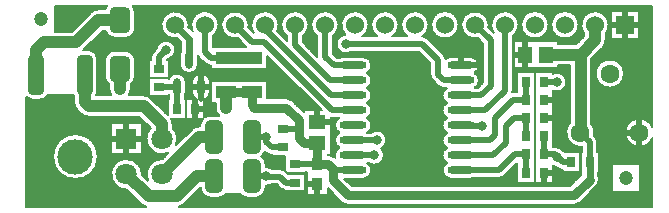
<source format=gtl>
G04 Layer_Physical_Order=1*
G04 Layer_Color=255*
%FSLAX24Y24*%
%MOIN*%
G70*
G01*
G75*
%ADD10C,0.0079*%
G04:AMPARAMS|DCode=11|XSize=110.2mil|YSize=59.1mil|CornerRadius=14.8mil|HoleSize=0mil|Usage=FLASHONLY|Rotation=90.000|XOffset=0mil|YOffset=0mil|HoleType=Round|Shape=RoundedRectangle|*
%AMROUNDEDRECTD11*
21,1,0.1102,0.0295,0,0,90.0*
21,1,0.0807,0.0591,0,0,90.0*
1,1,0.0295,0.0148,0.0404*
1,1,0.0295,0.0148,-0.0404*
1,1,0.0295,-0.0148,-0.0404*
1,1,0.0295,-0.0148,0.0404*
%
%ADD11ROUNDEDRECTD11*%
G04:AMPARAMS|DCode=12|XSize=133.9mil|YSize=51.2mil|CornerRadius=12.8mil|HoleSize=0mil|Usage=FLASHONLY|Rotation=270.000|XOffset=0mil|YOffset=0mil|HoleType=Round|Shape=RoundedRectangle|*
%AMROUNDEDRECTD12*
21,1,0.1339,0.0256,0,0,270.0*
21,1,0.1083,0.0512,0,0,270.0*
1,1,0.0256,-0.0128,-0.0541*
1,1,0.0256,-0.0128,0.0541*
1,1,0.0256,0.0128,0.0541*
1,1,0.0256,0.0128,-0.0541*
%
%ADD12ROUNDEDRECTD12*%
G04:AMPARAMS|DCode=13|XSize=86.6mil|YSize=68.9mil|CornerRadius=17.2mil|HoleSize=0mil|Usage=FLASHONLY|Rotation=270.000|XOffset=0mil|YOffset=0mil|HoleType=Round|Shape=RoundedRectangle|*
%AMROUNDEDRECTD13*
21,1,0.0866,0.0344,0,0,270.0*
21,1,0.0522,0.0689,0,0,270.0*
1,1,0.0344,-0.0172,-0.0261*
1,1,0.0344,-0.0172,0.0261*
1,1,0.0344,0.0172,0.0261*
1,1,0.0344,0.0172,-0.0261*
%
%ADD13ROUNDEDRECTD13*%
%ADD14R,0.0276X0.0354*%
%ADD15R,0.0354X0.0276*%
%ADD16R,0.0571X0.0453*%
%ADD17R,0.0354X0.0394*%
%ADD18O,0.0281X0.0591*%
%ADD19R,0.0689X0.0413*%
%ADD20O,0.0906X0.0236*%
%ADD21R,0.0453X0.0571*%
%ADD22C,0.0472*%
%ADD23C,0.0197*%
%ADD24C,0.0394*%
%ADD25C,0.0315*%
%ADD26C,0.0236*%
%ADD27C,0.0709*%
%ADD28C,0.1181*%
%ADD29R,0.0709X0.0709*%
%ADD30C,0.0630*%
%ADD31C,0.0600*%
%ADD32R,0.0600X0.0600*%
%ADD33C,0.0315*%
%ADD34C,0.0394*%
D10*
X39848Y28785D02*
G03*
X40016Y28691I251J250D01*
G01*
X39848Y28785D02*
G03*
X40016Y28691I251J251D01*
G01*
X41116D02*
G03*
X41284Y28785I-83J344D01*
G01*
X41116Y28691D02*
G03*
X41284Y28785I-83J344D01*
G01*
X39872Y29774D02*
G03*
X39371Y29262I-512J0D01*
G01*
X40552Y30285D02*
G03*
X40077Y29558I-11J-512D01*
G01*
X38407Y30364D02*
G03*
X38407Y30364I-748J0D01*
G01*
D02*
G03*
X38407Y30364I-748J0D01*
G01*
X37618Y32175D02*
G03*
X37722Y31924I354J0D01*
G01*
X37618Y32175D02*
G03*
X37722Y31925I354J0D01*
G01*
X36024Y32352D02*
G03*
X36230Y32264I207J197D01*
G01*
X36486D02*
G03*
X36744Y32426I0J285D01*
G01*
X37850Y31797D02*
G03*
X38100Y31693I251J250D01*
G01*
X37850Y31797D02*
G03*
X38100Y31693I251J251D01*
G01*
X40175Y31312D02*
G03*
X40757Y30491I366J-357D01*
G01*
X41005Y30739D02*
G03*
X41053Y30955I-464J216D01*
G01*
D02*
G03*
X40896Y31324I-512J0D01*
G01*
Y31447D02*
G03*
X40848Y31624I-354J0D01*
G01*
X40896Y31447D02*
G03*
X40848Y31624I-354J0D01*
G01*
X40191Y32298D02*
G03*
X39941Y32402I-251J-251D01*
G01*
X40192Y32298D02*
G03*
X39941Y32402I-251J-250D01*
G01*
X42431Y28996D02*
G03*
X42668Y29109I0J305D01*
G01*
X41831Y29301D02*
G03*
X42136Y28996I305J0D01*
G01*
X43158Y29109D02*
G03*
X43396Y28996I237J192D01*
G01*
X43691D02*
G03*
X43996Y29301I0J305D01*
G01*
Y29391D02*
G03*
X44195Y29439I30J314D01*
G01*
X44222Y29951D02*
G03*
X43996Y30018I-197J-246D01*
G01*
X44484Y29317D02*
G03*
X44636Y29244I181J181D01*
G01*
X44484Y29317D02*
G03*
X44636Y29244I181J181D01*
G01*
Y29889D02*
G03*
X44468Y29951I-167J-194D01*
G01*
X44636Y29889D02*
G03*
X44468Y29951I-167J-194D01*
G01*
X46519Y28842D02*
G03*
X46742Y28750I223J223D01*
G01*
X46519Y28843D02*
G03*
X46742Y28750I223J222D01*
G01*
X41782Y31368D02*
G03*
X41531Y31264I0J-354D01*
G01*
X41782Y31368D02*
G03*
X41531Y31264I0J-354D01*
G01*
X43996Y30108D02*
G03*
X43859Y30363I-305J0D01*
G01*
X41902Y31624D02*
G03*
X41821Y31417I224J-207D01*
G01*
X43859Y30363D02*
G03*
X43976Y30534I-178J248D01*
G01*
X44022Y30489D02*
G03*
X44203Y30413I181J181D01*
G01*
X44022Y30488D02*
G03*
X44203Y30413I181J181D01*
G01*
X41949Y31666D02*
G03*
X41902Y31624I177J-248D01*
G01*
X42126Y31722D02*
G03*
X41949Y31666I0J-305D01*
G01*
X41545Y32527D02*
G03*
X41659Y32293I298J0D01*
G01*
X41949Y32249D02*
G03*
X42141Y32527I-106J279D01*
G01*
X42333Y31989D02*
G03*
X42455Y31721I354J-1D01*
G01*
D02*
G03*
X42421Y31722I-33J-303D01*
G01*
X42333Y31988D02*
G03*
X42455Y31721I354J0D01*
G01*
X46306Y30331D02*
G03*
X46083Y30423I-223J-222D01*
G01*
X46305Y30331D02*
G03*
X46083Y30423I-223J-223D01*
G01*
X46469Y30654D02*
G03*
X46325Y30311I116J-250D01*
G01*
X46469Y31154D02*
G03*
X46469Y30654I116J-250D01*
G01*
X46457Y31648D02*
G03*
X46469Y31154I128J-244D01*
G01*
X44898Y32221D02*
G03*
X44675Y32313I-223J-223D01*
G01*
X44898Y32220D02*
G03*
X44675Y32313I-223J-222D01*
G01*
X46171Y31654D02*
G03*
X46226Y31648I55J250D01*
G01*
X46171Y31654D02*
G03*
X46226Y31648I55J250D01*
G01*
X37587Y32426D02*
G03*
X37618Y32375I258J123D01*
G01*
X38345Y32402D02*
G03*
X38386Y32549I-244J148D01*
G01*
X38642Y33036D02*
G03*
X38789Y32762I330J0D01*
G01*
Y32609D02*
G03*
X38856Y32402I354J-1D01*
G01*
X39432D02*
G03*
X39498Y32608I-288J207D01*
G01*
X38789D02*
G03*
X38856Y32402I354J0D01*
G01*
X39432D02*
G03*
X39498Y32608I-288J207D01*
G01*
X39498Y32762D02*
G03*
X39646Y33036I-182J275D01*
G01*
X38386Y33632D02*
G03*
X38100Y33917I-285J0D01*
G01*
X38971Y33888D02*
G03*
X38642Y33558I0J-330D01*
G01*
X39646D02*
G03*
X39316Y33888I-330J0D01*
G01*
X41299Y32375D02*
G03*
X41341Y32527I-256J152D01*
G01*
X40765Y32422D02*
G03*
X40778Y32393I278J106D01*
G01*
Y32972D02*
G03*
X40761Y32933I266J-134D01*
G01*
X41341Y32837D02*
G03*
X40778Y32972I-298J0D01*
G01*
X40730Y33607D02*
G03*
X40994Y33917I-51J311D01*
G01*
X40262Y33862D02*
G03*
X40187Y33681I181J-181D01*
G01*
X40262Y33862D02*
G03*
X40187Y33681I181J-181D01*
G01*
X41145Y33437D02*
G03*
X41741Y33437I298J0D01*
G01*
Y33737D02*
G03*
X41794Y33661I233J105D01*
G01*
X41741Y33737D02*
G03*
X41793Y33662I233J105D01*
G01*
X41168Y33860D02*
G03*
X41145Y33747I276J-113D01*
G01*
X38655Y34557D02*
G03*
X38971Y34321I316J93D01*
G01*
X39316D02*
G03*
X39646Y34651I0J330D01*
G01*
X38415Y35266D02*
G03*
X38165Y35162I0J-354D01*
G01*
X38415Y35266D02*
G03*
X38165Y35162I0J-354D01*
G01*
X38719Y35384D02*
G03*
X38655Y35266I253J-212D01*
G01*
X40994Y33917D02*
G03*
X40368Y33968I-315J0D01*
G01*
X41432Y34754D02*
G03*
X41038Y34301I-457J0D01*
G01*
X41427Y34691D02*
G03*
X41432Y34754I-453J63D01*
G01*
X39646Y35172D02*
G03*
X39569Y35384I-330J0D01*
G01*
X42141Y32837D02*
G03*
X41545Y32837I-298J0D01*
G01*
X41984Y33471D02*
G03*
X42165Y33396I181J181D01*
G01*
X41984Y33471D02*
G03*
X42165Y33396I181J181D01*
G01*
X46585Y33679D02*
G03*
X46482Y33659I0J-276D01*
G01*
X46653Y34428D02*
G03*
X46857Y33858I20J-314D01*
G01*
X42230Y34375D02*
G03*
X42432Y34754I-256J379D01*
G01*
D02*
G03*
X41562Y34556I-457J0D01*
G01*
X43432Y34754D02*
G03*
X43062Y34305I-457J0D01*
G01*
X43424Y34667D02*
G03*
X43432Y34754I-449J87D01*
G01*
X44385Y34552D02*
G03*
X44432Y34754I-411J202D01*
G01*
D02*
G03*
X43602Y34488I-457J0D01*
G01*
X45432Y34754D02*
G03*
X44718Y34375I-457J0D01*
G01*
X45230D02*
G03*
X45432Y34754I-256J379D01*
G01*
X46432D02*
G03*
X45718Y34375I-457J0D01*
G01*
X46230D02*
G03*
X46432Y34754I-256J379D01*
G01*
X47432D02*
G03*
X46653Y34428I-457J0D01*
G01*
X50837Y29628D02*
G03*
X50939Y29648I0J276D01*
G01*
X51774D02*
G03*
X51955Y29723I0J256D01*
G01*
X51774Y29648D02*
G03*
X51955Y29723I0J256D01*
G01*
X47254Y29628D02*
G03*
X47530Y29904I0J276D01*
G01*
D02*
G03*
X47382Y30148I-276J0D01*
G01*
X47444D02*
G03*
X47943Y30404I184J256D01*
G01*
D02*
G03*
X47845Y30632I-315J0D01*
G01*
X48022Y30915D02*
G03*
X47508Y31159I-315J0D01*
G01*
X47845Y30632D02*
G03*
X48022Y30915I-138J283D01*
G01*
X47382Y31159D02*
G03*
X47530Y31404I-128J244D01*
G01*
Y31904D02*
G03*
X47370Y32154I-276J0D01*
G01*
X47530Y31404D02*
G03*
X47370Y31654I-276J0D01*
G01*
D02*
G03*
X47530Y31904I-116J250D01*
G01*
X47370Y32154D02*
G03*
X47530Y32404I-116J250D01*
G01*
D02*
G03*
X47370Y32654I-276J0D01*
G01*
X50051Y30154D02*
G03*
X50167Y29628I116J-250D01*
G01*
X50051Y30654D02*
G03*
X50051Y30154I116J-250D01*
G01*
Y31154D02*
G03*
X50051Y30654I116J-250D01*
G01*
Y31654D02*
G03*
X50051Y31154I116J-250D01*
G01*
Y32154D02*
G03*
X50051Y31654I116J-250D01*
G01*
X50039Y32648D02*
G03*
X50051Y32154I128J-244D01*
G01*
X54272Y28750D02*
G03*
X54494Y28842I0J315D01*
G01*
X54272Y28750D02*
G03*
X54495Y28843I0J315D01*
G01*
X53727Y29986D02*
G03*
X53898Y29912I181J181D01*
G01*
X53726Y29987D02*
G03*
X53898Y29912I181J181D01*
G01*
X53573Y30057D02*
G03*
X53692Y30021I148J278D01*
G01*
X53987Y30502D02*
G03*
X53790Y30642I-267J-167D01*
G01*
X55026Y29374D02*
G03*
X55118Y29596I-223J223D01*
G01*
D02*
G03*
X55079Y29749I-315J0D01*
G01*
X53790Y30642D02*
G03*
X53642Y30689I-148J-209D01*
G01*
X53790Y30642D02*
G03*
X53642Y30689I-148J-209D01*
G01*
X54144Y31485D02*
G03*
X54547Y30693I344J-323D01*
G01*
X54961Y31161D02*
G03*
X54852Y31462I-472J0D01*
G01*
X55059Y30846D02*
G03*
X54984Y31027I-256J0D01*
G01*
X55059Y30846D02*
G03*
X54984Y31028I-256J0D01*
G01*
X56890Y31350D02*
G03*
X56890Y30973I-433J-189D01*
G01*
X54950Y31062D02*
G03*
X54961Y31161I-462J100D01*
G01*
X47370Y32654D02*
G03*
X47530Y32904I-116J250D01*
G01*
D02*
G03*
X47370Y33154I-276J0D01*
G01*
D02*
G03*
X47530Y33404I-116J250D01*
G01*
D02*
G03*
X47254Y33679I-276J0D01*
G01*
X49750Y32723D02*
G03*
X49931Y32648I181J181D01*
G01*
X49750Y32723D02*
G03*
X49931Y32648I181J181D01*
G01*
X49488Y33091D02*
G03*
X49563Y32909I256J0D01*
G01*
X49488Y33091D02*
G03*
X49563Y32910I256J0D01*
G01*
X49998Y33621D02*
G03*
X49925Y33774I-254J-29D01*
G01*
X49403Y34295D02*
G03*
X49223Y34370I-181J-181D01*
G01*
X49404Y34295D02*
G03*
X49223Y34370I-181J-181D01*
G01*
X50953Y33154D02*
G03*
X51112Y33404I-116J250D01*
G01*
Y32904D02*
G03*
X50953Y33154I-276J0D01*
G01*
X51112Y33404D02*
G03*
X50837Y33679I-276J0D01*
G01*
X50965Y32659D02*
G03*
X51112Y32904I-128J244D01*
G01*
X52224Y32498D02*
G03*
X52230Y32555I-249J57D01*
G01*
X52224Y32498D02*
G03*
X52230Y32555I-249J57D01*
G01*
X52254Y32500D02*
G03*
X52224Y32498I0J-256D01*
G01*
X52254Y32500D02*
G03*
X52224Y32498I0J-256D01*
G01*
X49998Y33621D02*
G03*
X49925Y33773I-254J-29D01*
G01*
X50167Y33679D02*
G03*
X49998Y33621I0J-276D01*
G01*
X47223Y34370D02*
G03*
X47432Y34754I-249J384D01*
G01*
X48223Y34370D02*
G03*
X48432Y34754I-249J384D01*
G01*
X49223Y34370D02*
G03*
X49432Y34754I-249J384D01*
G01*
X48432D02*
G03*
X47726Y34370I-457J0D01*
G01*
X49432Y34754D02*
G03*
X48726Y34370I-457J0D01*
G01*
X50432Y34754D02*
G03*
X50432Y34754I-457J0D01*
G01*
X51424Y34667D02*
G03*
X51432Y34754I-449J87D01*
G01*
D02*
G03*
X51062Y34305I-457J0D01*
G01*
X53573Y32561D02*
G03*
X54026Y32844I138J283D01*
G01*
D02*
G03*
X53573Y33128I-315J0D01*
G01*
X55945Y33130D02*
G03*
X55945Y33130I-472J0D01*
G01*
X55225Y33986D02*
G03*
X55329Y34236I-251J251D01*
G01*
X55225Y33985D02*
G03*
X55329Y34236I-250J251D01*
G01*
X52432Y34754D02*
G03*
X51602Y34488I-457J0D01*
G01*
X52230Y34375D02*
G03*
X52432Y34754I-256J379D01*
G01*
X53432D02*
G03*
X53432Y34754I-457J0D01*
G01*
X54432D02*
G03*
X54432Y34754I-457J0D01*
G01*
X55329Y34465D02*
G03*
X55432Y34754I-354J289D01*
G01*
D02*
G03*
X54620Y34465I-457J0D01*
G01*
X37559Y28691D02*
Y29623D01*
X37618Y28691D02*
Y29617D01*
X37382Y28691D02*
Y29670D01*
X37500Y28691D02*
Y29633D01*
X37441Y28691D02*
Y29649D01*
X37854Y28691D02*
Y29642D01*
X37913Y28691D02*
Y29661D01*
X37677Y28691D02*
Y29616D01*
X37736Y28691D02*
Y29620D01*
X37795Y28691D02*
Y29629D01*
X37146Y28691D02*
Y29821D01*
X37205Y28691D02*
Y29770D01*
X36968Y28691D02*
Y30078D01*
X37087Y28691D02*
Y29883D01*
X37027Y28691D02*
Y29964D01*
X38031Y28691D02*
Y29715D01*
X38090Y28691D02*
Y29753D01*
X38150Y28691D02*
Y29799D01*
X37264Y28691D02*
Y29729D01*
X37972Y28691D02*
Y29685D01*
X37323Y28691D02*
Y29696D01*
X36024Y29055D02*
X39578D01*
X36024Y28996D02*
X39637D01*
X36024Y29232D02*
X39401D01*
X36024Y29114D02*
X39519D01*
X36024Y29173D02*
X39460D01*
X36024Y28760D02*
X39876D01*
X36024Y28691D02*
X40016D01*
X36024Y28701D02*
X39982D01*
X36024Y28937D02*
X39696D01*
X36024Y28819D02*
X39814D01*
X36024Y28878D02*
X39755D01*
X36024Y29350D02*
X39073D01*
X36024Y29291D02*
X39189D01*
X36024Y29527D02*
X38911D01*
X36024Y29409D02*
X39001D01*
X36024Y29468D02*
X38949D01*
X38209Y28691D02*
Y29856D01*
X38268Y28691D02*
Y29929D01*
X38386Y28691D02*
Y30185D01*
X38327Y28691D02*
Y30026D01*
X36024Y29587D02*
X38884D01*
X37867Y29646D02*
X38865D01*
X36024Y30118D02*
X36953D01*
X36024Y30059D02*
X36976D01*
X36024Y30295D02*
X36915D01*
X36024Y30177D02*
X36935D01*
X36024Y30236D02*
X36922D01*
X36024Y29823D02*
X37143D01*
X36024Y29705D02*
X37306D01*
X36024Y29764D02*
X37213D01*
X36024Y30000D02*
X37006D01*
X36024Y29882D02*
X37088D01*
X36024Y29941D02*
X37043D01*
X36024Y30709D02*
X36995D01*
X36024Y30768D02*
X37030D01*
X36024Y30827D02*
X37072D01*
X36024Y30886D02*
X37123D01*
X36024Y30945D02*
X37188D01*
X36024Y30354D02*
X36911D01*
X36024Y30413D02*
X36913D01*
X36024Y30472D02*
X36919D01*
X36024Y30531D02*
X36930D01*
X36024Y30590D02*
X36946D01*
X36024Y30650D02*
X36968D01*
X36024Y29646D02*
X37452D01*
X38012Y29705D02*
X38853D01*
X38106Y29764D02*
X38849D01*
X38176Y29823D02*
X38851D01*
X38231Y29882D02*
X38860D01*
X38276Y29941D02*
X38877D01*
X38313Y30000D02*
X38901D01*
X38342Y30059D02*
X38935D01*
X38366Y30118D02*
X38982D01*
X38384Y30177D02*
X39045D01*
X38396Y30236D02*
X39141D01*
X38289Y30768D02*
X38848D01*
X38323Y30709D02*
X38848D01*
X38131Y30945D02*
X38848D01*
X38247Y30827D02*
X38848D01*
X38196Y30886D02*
X38848D01*
X38400Y30472D02*
X38848D01*
X38404Y30295D02*
X40562D01*
X38406Y30413D02*
X40680D01*
X38351Y30650D02*
X38848D01*
X38389Y30531D02*
X38848D01*
X38372Y30590D02*
X38848D01*
X39508Y28691D02*
Y29125D01*
X39567Y28691D02*
Y29066D01*
X39390Y28691D02*
Y29243D01*
X39449Y28691D02*
Y29184D01*
X39371Y29262D02*
X39848Y28785D01*
X39803Y28691D02*
Y28830D01*
X39862Y28691D02*
Y28771D01*
X39626Y28691D02*
Y29007D01*
X39744Y28691D02*
Y28889D01*
X39685Y28691D02*
Y28948D01*
X38858Y28691D02*
Y29674D01*
X38917Y28691D02*
Y29517D01*
X38858Y29873D02*
Y30443D01*
X38976Y28691D02*
Y29435D01*
X38917Y30030D02*
Y30443D01*
X39213Y28691D02*
Y29284D01*
X39331Y28691D02*
Y29263D01*
X39272Y28691D02*
Y29270D01*
X39035Y28691D02*
Y29378D01*
X39153Y28691D02*
Y29305D01*
X39094Y28691D02*
Y29336D01*
X39921Y28691D02*
Y28729D01*
X39989Y29646D02*
X40046D01*
X39930Y29705D02*
X40034D01*
X41220Y28691D02*
Y28734D01*
X41279Y28691D02*
Y28780D01*
X41339Y28691D02*
Y28839D01*
X40039Y29596D02*
Y29674D01*
X39862Y29874D02*
Y30443D01*
X39860Y29882D02*
X40041D01*
X39844Y29941D02*
X40058D01*
X39819Y30000D02*
X40082D01*
X39872Y29764D02*
X40030D01*
X39872Y29763D02*
X40077Y29558D01*
X39870Y29823D02*
X40032D01*
X40098Y30030D02*
Y30698D01*
X40039Y29873D02*
Y30855D01*
X38976Y30112D02*
Y30443D01*
X39035Y30169D02*
Y30443D01*
X39094Y30211D02*
Y30443D01*
X39213Y30264D02*
Y30443D01*
X39153Y30242D02*
Y30443D01*
X39272Y30278D02*
Y30443D01*
X39785Y30059D02*
X40116D01*
X39508Y30264D02*
Y30443D01*
X39331Y30285D02*
Y30443D01*
X39449Y30278D02*
Y30443D01*
X39390Y30285D02*
Y30443D01*
X39685Y30169D02*
Y30443D01*
X39744Y30112D02*
Y30443D01*
X39567Y30242D02*
Y30443D01*
X38848D02*
X39872D01*
X39626Y30211D02*
Y30443D01*
X39803Y30030D02*
Y30443D01*
X39872Y30709D02*
X40093D01*
X39872Y30768D02*
X40065D01*
X39872Y30945D02*
X40030D01*
X39872Y30827D02*
X40046D01*
X39872Y30886D02*
X40034D01*
X39739Y30118D02*
X40163D01*
X39675Y30177D02*
X40226D01*
X39579Y30236D02*
X40322D01*
X38407Y30354D02*
X40621D01*
X39872Y30472D02*
X40370D01*
X40394Y30264D02*
Y30465D01*
X40512Y30285D02*
Y30444D01*
X40453Y30278D02*
Y30451D01*
X40571Y30304D02*
Y30444D01*
X40630Y30363D02*
Y30451D01*
X40689Y30422D02*
Y30465D01*
X40157Y30112D02*
Y30616D01*
X40216Y30169D02*
Y30559D01*
X39872Y30650D02*
X40130D01*
X39872Y30531D02*
X40254D01*
X39872Y30590D02*
X40182D01*
X40276Y30211D02*
Y30517D01*
X40335Y30242D02*
Y30487D01*
X40552Y30285D02*
X40757Y30491D01*
X41043Y30777D02*
Y30854D01*
X41037Y30827D02*
X41093D01*
X41048Y30886D02*
X41152D01*
X36260Y28691D02*
Y32264D01*
X36319Y28691D02*
Y32264D01*
X36083Y28691D02*
Y32305D01*
X36201Y28691D02*
Y32265D01*
X36142Y28691D02*
Y32278D01*
X36555Y28691D02*
Y32272D01*
X36614Y28691D02*
Y32294D01*
X36378Y28691D02*
Y32264D01*
X36437Y28691D02*
Y32264D01*
X36496Y28691D02*
Y32264D01*
X36791Y28691D02*
Y32426D01*
X36850Y28691D02*
Y32426D01*
X36024Y28691D02*
Y32352D01*
X36673Y28691D02*
Y32334D01*
X36732Y28691D02*
Y32404D01*
X36909Y28691D02*
Y32426D01*
X37027Y30764D02*
Y32426D01*
X36968Y30651D02*
Y32426D01*
X37087Y30845D02*
Y32426D01*
X37205Y30958D02*
Y32426D01*
X37146Y30908D02*
Y32426D01*
X36024Y31004D02*
X37272D01*
X38047D02*
X38848D01*
X38150Y30929D02*
Y31693D01*
X38327Y30702D02*
Y31693D01*
X38799Y28691D02*
Y31693D01*
X38386Y30543D02*
Y31693D01*
X38209Y30872D02*
Y31693D01*
X38268Y30800D02*
Y31693D01*
X37264Y30999D02*
Y32426D01*
X38090Y30976D02*
Y31693D01*
X37323Y31032D02*
Y32426D01*
X38031Y31013D02*
Y31700D01*
X37972Y31044D02*
Y31717D01*
X38622Y28691D02*
Y31693D01*
X38740Y28691D02*
Y31693D01*
X38681Y28691D02*
Y31693D01*
X38445Y28691D02*
Y31693D01*
X38563Y28691D02*
Y31693D01*
X38504Y28691D02*
Y31693D01*
X36024Y31063D02*
X37392D01*
X36024Y31949D02*
X37700D01*
X36024Y32126D02*
X37622D01*
X36024Y32008D02*
X37660D01*
X36024Y32067D02*
X37635D01*
X37677Y31112D02*
Y31979D01*
X37736Y31108D02*
Y31910D01*
X36024Y32244D02*
X37618D01*
X36024Y32185D02*
X37618D01*
X36230Y32264D02*
X36486D01*
X36024Y32303D02*
X36086D01*
X36631D02*
X37618D01*
X37382Y31059D02*
Y32426D01*
X37500Y31095D02*
Y32426D01*
X37441Y31080D02*
Y32426D01*
X37559Y31105D02*
Y32426D01*
X37618Y32175D02*
Y32375D01*
X37618Y31111D02*
Y32375D01*
X36024Y31417D02*
X38848D01*
X36024Y31476D02*
X40011D01*
X36024Y31653D02*
X39834D01*
X36024Y31535D02*
X39952D01*
X36024Y31594D02*
X39893D01*
X36024Y31181D02*
X38848D01*
X37926Y31063D02*
X38848D01*
X36024Y31122D02*
X38848D01*
X36024Y31358D02*
X38848D01*
X36024Y31240D02*
X38848D01*
X36024Y31299D02*
X38848D01*
X36024Y31772D02*
X37878D01*
X36024Y31713D02*
X37984D01*
X36024Y31890D02*
X37757D01*
X36024Y31831D02*
X37816D01*
X37722Y31924D02*
X37850Y31797D01*
X37795Y31100D02*
Y31851D01*
X37913Y31068D02*
Y31746D01*
X37854Y31086D02*
Y31792D01*
X38100Y31693D02*
X39794D01*
X38848Y30443D02*
Y31467D01*
X39872Y31004D02*
X40032D01*
X39872Y31063D02*
X40041D01*
X40039Y31054D02*
Y31448D01*
X39872Y31122D02*
X40058D01*
X39872Y31417D02*
X40070D01*
X39872Y31181D02*
X40082D01*
X40098Y31211D02*
Y31389D01*
X39153Y31467D02*
Y31693D01*
X39094Y31467D02*
Y31693D01*
X39626Y31467D02*
Y31693D01*
X39213Y31467D02*
Y31693D01*
X39872Y30443D02*
Y31467D01*
X39980Y29655D02*
Y31507D01*
X39921Y29714D02*
Y31566D01*
X39685Y31467D02*
Y31693D01*
X39803Y31467D02*
Y31684D01*
X39744Y31467D02*
Y31693D01*
X39872Y31240D02*
X40116D01*
X39872Y31358D02*
X40129D01*
X39872Y31299D02*
X40163D01*
X40157Y31293D02*
Y31330D01*
X41053Y30945D02*
X41211D01*
X40896Y31324D02*
Y31447D01*
X41051Y31004D02*
X41270D01*
X41042Y31063D02*
X41330D01*
X40925Y31293D02*
Y31624D01*
X40984Y31211D02*
Y31624D01*
X39794Y31693D02*
X40175Y31312D01*
X41102Y30836D02*
Y31624D01*
X41220Y30954D02*
Y31624D01*
X41161Y30895D02*
Y31624D01*
X41043Y31055D02*
Y31624D01*
X41339Y31072D02*
Y31624D01*
X41279Y31013D02*
Y31624D01*
X38976Y31467D02*
Y31693D01*
X39272Y31467D02*
Y31693D01*
X38858Y31467D02*
Y31693D01*
X38848Y31467D02*
X39872D01*
X38917D02*
Y31693D01*
X39508Y31467D02*
Y31693D01*
X39862Y31467D02*
Y31625D01*
X39567Y31467D02*
Y31693D01*
X39331Y31467D02*
Y31693D01*
X39449Y31467D02*
Y31693D01*
X39390Y31467D02*
Y31693D01*
X39035Y31467D02*
Y31693D01*
X40276Y32214D02*
Y32382D01*
X40216Y32273D02*
Y32382D01*
X40512Y31978D02*
Y32382D01*
X40630Y31859D02*
Y32382D01*
X40571Y31918D02*
Y32382D01*
X40335Y32155D02*
Y32382D01*
X40453Y32037D02*
Y32382D01*
X40394Y32096D02*
Y32382D01*
X40422Y32067D02*
X40748D01*
X40481Y32008D02*
X40748D01*
X40245Y32244D02*
X40748D01*
X40363Y32126D02*
X40748D01*
X40304Y32185D02*
X40748D01*
X40718Y31772D02*
X40748D01*
X40848Y31624D02*
X41339D01*
X40866Y31589D02*
Y31624D01*
X40541Y31949D02*
X40748D01*
X40659Y31831D02*
X40748D01*
X40600Y31890D02*
X40748D01*
X40748Y31741D02*
Y32382D01*
X40192Y32298D02*
X40748Y31741D01*
X40689Y31800D02*
Y32382D01*
X40748Y32293D02*
X40787D01*
X40186Y32303D02*
X40787D01*
X40748Y31741D02*
Y32293D01*
X41339Y31624D02*
Y32293D01*
X40787D02*
Y32375D01*
X41299Y32293D02*
Y32375D01*
Y32293D02*
X41339D01*
X41339D02*
Y32488D01*
X42165Y28691D02*
Y28996D01*
X42224Y28691D02*
Y28996D01*
X41398Y28691D02*
Y28898D01*
X41457Y28691D02*
Y28957D01*
X42106Y28691D02*
Y28997D01*
X42461Y28691D02*
Y28997D01*
X42520Y28691D02*
Y29009D01*
X42283Y28691D02*
Y28996D01*
X42401Y28691D02*
Y28996D01*
X42342Y28691D02*
Y28996D01*
X41693Y28691D02*
Y29194D01*
X41752Y28691D02*
Y29253D01*
X41516Y28691D02*
Y29017D01*
X41575Y28691D02*
Y29076D01*
X41634Y28691D02*
Y29135D01*
X41988Y28691D02*
Y29034D01*
X42047Y28691D02*
Y29009D01*
X42579Y28691D02*
Y29034D01*
X41811Y28691D02*
Y29312D01*
X41929Y28691D02*
Y29077D01*
X41870Y28691D02*
Y29151D01*
X42933Y28691D02*
Y29109D01*
X43169Y28691D02*
Y29097D01*
X42638Y28691D02*
Y29077D01*
X41116Y28691D02*
X56890D01*
X42874D02*
Y29109D01*
X43760Y28691D02*
Y29004D01*
X43819Y28691D02*
Y29024D01*
X43878Y28691D02*
Y29060D01*
X43228Y28691D02*
Y29046D01*
X43701Y28691D02*
Y28996D01*
X43287Y28691D02*
Y29016D01*
X42992Y28691D02*
Y29109D01*
X43051Y28691D02*
Y29109D01*
X42697Y28691D02*
Y29109D01*
X42815Y28691D02*
Y29109D01*
X42756Y28691D02*
Y29109D01*
X44055Y28691D02*
Y29391D01*
X44114Y28691D02*
Y29402D01*
X44173Y28691D02*
Y29426D01*
X43110Y28691D02*
Y29109D01*
X43937Y28691D02*
Y29121D01*
X43996Y28691D02*
Y29294D01*
X42136Y28996D02*
X42431D01*
X43346Y28691D02*
Y29000D01*
X41554Y29055D02*
X41955D01*
X42611D02*
X43215D01*
X43524Y28691D02*
Y28996D01*
X43642Y28691D02*
Y28996D01*
X43583Y28691D02*
Y28996D01*
X43405Y28691D02*
Y28996D01*
X43396D02*
X43691D01*
X43464Y28691D02*
Y28996D01*
X41284Y28785D02*
X41831Y29332D01*
X41613Y29114D02*
X41895D01*
X41790Y29291D02*
X41831D01*
X41672Y29173D02*
X41859D01*
X41731Y29232D02*
X41839D01*
X42668Y29109D02*
X43158D01*
X41831Y29301D02*
Y29332D01*
X43996Y29301D02*
Y29391D01*
Y30018D02*
Y30108D01*
X41256Y28760D02*
X46664D01*
X41150Y28701D02*
X56890D01*
X41436Y28937D02*
X46425D01*
X41318Y28819D02*
X46546D01*
X41377Y28878D02*
X46484D01*
X43932Y29114D02*
X45394D01*
X41495Y28996D02*
X46366D01*
X43871Y29055D02*
X46307D01*
X43996Y29291D02*
X44515D01*
X43968Y29173D02*
X45394D01*
X43988Y29232D02*
X44636D01*
X43996Y29350D02*
X44451D01*
X43968Y30236D02*
X44636D01*
X43996Y30118D02*
X44636D01*
X43988Y30177D02*
X44636D01*
X44135Y29409D02*
X44392D01*
X44195Y29439D02*
X44363D01*
X44135Y30000D02*
X44636D01*
X43996Y30059D02*
X44636D01*
X44823Y28691D02*
Y29203D01*
X44882Y28691D02*
Y29203D01*
X44646Y28691D02*
Y29203D01*
X44764Y28691D02*
Y29203D01*
X44705Y28691D02*
Y29203D01*
X45295Y28691D02*
Y29203D01*
X45413Y28691D02*
Y29085D01*
X44941Y28691D02*
Y29203D01*
X45236Y28691D02*
Y29203D01*
X45000Y28691D02*
Y29203D01*
X44409Y28691D02*
Y29392D01*
X44468Y28691D02*
Y29333D01*
X44232Y28691D02*
Y29439D01*
X44350Y28691D02*
Y29439D01*
X44291Y28691D02*
Y29439D01*
X45118Y28691D02*
Y29203D01*
X45177Y28691D02*
Y29203D01*
X45354Y28691D02*
Y29852D01*
X44527Y28691D02*
Y29282D01*
X45059Y28691D02*
Y29203D01*
X44587Y28691D02*
Y29255D01*
X46299Y28691D02*
Y29063D01*
X46358Y28691D02*
Y29003D01*
X45709Y28691D02*
Y29085D01*
X45827Y28691D02*
Y29085D01*
X45768Y28691D02*
Y29085D01*
X46594Y28691D02*
Y28787D01*
X46713Y28691D02*
Y28751D01*
X46653Y28691D02*
Y28763D01*
X46417Y28691D02*
Y28944D01*
X46535Y28691D02*
Y28827D01*
X46476Y28691D02*
Y28885D01*
X45650Y28691D02*
Y29085D01*
X45886Y28691D02*
Y29085D01*
X45472Y28691D02*
Y29085D01*
X45590Y28691D02*
Y29085D01*
X45531Y28691D02*
Y29085D01*
X46122Y28691D02*
Y29240D01*
X46240Y28691D02*
Y29122D01*
X46181Y28691D02*
Y29181D01*
X45945Y28691D02*
Y29085D01*
X46063Y28691D02*
Y29085D01*
X46004Y28691D02*
Y29085D01*
X44636Y29203D02*
Y29244D01*
Y29203D02*
X45305D01*
X44363Y29439D02*
X44484Y29317D01*
X44646Y29203D02*
Y29243D01*
X45305Y29232D02*
X45394D01*
X45305Y29291D02*
X45394D01*
X45305Y29468D02*
X45394D01*
X45305Y29350D02*
X45394D01*
X45305Y29409D02*
X45394D01*
X44650Y29876D02*
X44713Y29813D01*
X44222Y29951D02*
X44468D01*
X44539Y29941D02*
X44636D01*
X45305Y29203D02*
Y29793D01*
X45394Y29085D02*
Y29754D01*
Y29793D01*
X45305Y29813D02*
Y29852D01*
X44732Y29793D02*
X45305D01*
X44713Y29813D02*
X45305D01*
X45394Y29085D02*
X46063D01*
X45305Y29527D02*
X45394D01*
X46063Y29173D02*
X46189D01*
X46063Y29299D02*
X46519Y28843D01*
X46063Y29085D02*
Y29299D01*
Y29114D02*
X46248D01*
X46063Y29232D02*
X46129D01*
X45305Y29646D02*
X45394D01*
X45305Y29587D02*
X45394D01*
X45305Y29852D02*
X45394D01*
X45305Y29705D02*
X45394D01*
X45305Y29764D02*
X45394D01*
X46625Y29628D02*
X46873Y29380D01*
X46666Y29587D02*
X52372D01*
X46625Y29628D02*
X47254D01*
X45305Y29823D02*
X45394D01*
Y29754D02*
Y29793D01*
Y29852D01*
X41000Y31181D02*
X41448D01*
X40966Y31240D02*
X41507D01*
X40920Y31299D02*
X41571D01*
X40896Y31358D02*
X41698D01*
X40896Y31417D02*
X41821D01*
X41025Y31122D02*
X41389D01*
X41005Y30739D02*
X41531Y31264D01*
X41782Y31368D02*
X41821D01*
X41398Y31131D02*
Y31624D01*
X41457Y31190D02*
Y31624D01*
X41516Y31249D02*
Y31624D01*
X40894Y31476D02*
X41827D01*
X41575Y31302D02*
Y31624D01*
X41634Y31336D02*
Y31624D01*
X41752Y31367D02*
Y31624D01*
X41693Y31357D02*
Y31624D01*
X41821Y31368D02*
Y31417D01*
X41811Y31368D02*
Y31624D01*
X43937Y30289D02*
Y30444D01*
X43914Y30413D02*
X44242D01*
X43932Y30295D02*
X44636D01*
X43871Y30354D02*
X44636D01*
X44114Y30007D02*
Y30429D01*
X44232Y29951D02*
Y30413D01*
X44173Y29983D02*
Y30415D01*
X44242Y30374D02*
Y30413D01*
Y30374D02*
X44636D01*
X44203Y30413D02*
X44242D01*
X40884Y31535D02*
X41845D01*
X40863Y31594D02*
X41878D01*
X41870Y31583D02*
Y31624D01*
X43996Y30116D02*
Y30514D01*
X44055Y30018D02*
Y30460D01*
X43976Y30534D02*
X44022Y30489D01*
X43953Y30472D02*
X44039D01*
X41358Y31624D02*
Y32293D01*
Y31624D02*
X41902D01*
X41299Y32303D02*
X41647D01*
X41358Y32293D02*
X41659D01*
X41949Y31666D02*
Y32249D01*
X41988Y31690D02*
Y32267D01*
X41949Y31713D02*
X42049D01*
X41949Y32185D02*
X42185D01*
X41575Y32293D02*
Y32399D01*
X41398Y32293D02*
Y33143D01*
X41457Y32293D02*
Y33140D01*
X41516Y32293D02*
Y33148D01*
X42047Y31712D02*
Y32310D01*
X42106Y31722D02*
Y32387D01*
X42165Y31722D02*
Y33396D01*
X41949Y31831D02*
X42370D01*
X41949Y31772D02*
X42407D01*
X41949Y32008D02*
X42333D01*
X41949Y31890D02*
X42347D01*
X41949Y31949D02*
X42335D01*
X42342Y31722D02*
Y31906D01*
X42126Y31722D02*
X42421D01*
X42401D02*
Y31778D01*
X41949Y32126D02*
X42333D01*
X41949Y32067D02*
X42333D01*
X42039Y32303D02*
X42185D01*
Y32146D02*
X42333D01*
X41949Y32244D02*
X42185D01*
X42224Y31722D02*
Y32146D01*
X42283Y31722D02*
Y32146D01*
X44045Y33723D02*
X45868Y31900D01*
X42185Y32146D02*
Y32874D01*
X42333Y31989D02*
Y32146D01*
X44173Y32313D02*
Y33595D01*
X44468Y29951D02*
Y30374D01*
X44527Y29944D02*
Y30374D01*
X44291Y29951D02*
Y30374D01*
X44409Y29951D02*
Y30374D01*
X44350Y29951D02*
Y30374D01*
X44587Y29922D02*
Y30374D01*
X44636Y29889D02*
Y30374D01*
X46083Y30423D02*
X46171D01*
X46161Y30413D02*
X46309D01*
X46171Y30423D02*
Y31132D01*
Y30886D02*
X46310D01*
X46171Y31132D02*
Y31191D01*
Y31132D02*
Y31191D01*
X46181Y30407D02*
Y31652D01*
X46299Y30337D02*
Y31648D01*
X46240Y30381D02*
Y31648D01*
X46171Y31191D02*
Y31654D01*
Y30945D02*
X46312D01*
X46171Y31417D02*
X46309D01*
X46171Y30472D02*
X46318D01*
X46171Y30531D02*
X46341D01*
X46171Y30768D02*
X46345D01*
X46171Y30590D02*
X46382D01*
X46171Y30650D02*
X46460D01*
X46279Y30354D02*
X46314D01*
X46358Y30561D02*
Y30747D01*
X46171Y30827D02*
X46320D01*
X46417Y30622D02*
Y30685D01*
X46171Y30709D02*
X46390D01*
X46171Y31004D02*
X46328D01*
X46171Y31063D02*
X46360D01*
X46171Y31240D02*
X46363D01*
X46171Y31122D02*
X46417D01*
X46171Y31181D02*
X46422D01*
X46358Y31061D02*
Y31247D01*
X46417Y31122D02*
Y31185D01*
X46171Y31358D02*
X46313D01*
X46171Y31299D02*
X46330D01*
X45177Y31942D02*
Y32591D01*
X44898Y32220D02*
X45285Y31833D01*
X44754Y32303D02*
X45465D01*
X45236Y31883D02*
Y32532D01*
X45229Y31890D02*
X45285D01*
Y31833D02*
Y31900D01*
X45295D02*
Y32473D01*
X45413Y31900D02*
Y32355D01*
X45354Y31900D02*
Y32414D01*
X44705Y32312D02*
Y33063D01*
X44764Y32300D02*
Y33004D01*
X44527Y32313D02*
Y33241D01*
X44646Y32313D02*
Y33122D01*
X44587Y32313D02*
Y33181D01*
X45000Y32119D02*
Y32768D01*
X45118Y32001D02*
Y32650D01*
X45059Y32060D02*
Y32709D01*
X44823Y32276D02*
Y32945D01*
X44941Y32178D02*
Y32827D01*
X44882Y32236D02*
Y32886D01*
X46171Y31535D02*
X46343D01*
X45170Y31949D02*
X45819D01*
X45285Y31900D02*
X45868D01*
X45827D02*
Y31941D01*
X46171Y31476D02*
X46319D01*
X46171Y31594D02*
X46386D01*
X46358Y31561D02*
Y31648D01*
X46226D02*
X46457D01*
X45052Y32067D02*
X45701D01*
X45111Y32008D02*
X45760D01*
X44872Y32244D02*
X45524D01*
X44993Y32126D02*
X45642D01*
X44934Y32185D02*
X45583D01*
X45650Y31900D02*
Y32118D01*
X45768Y31900D02*
Y32000D01*
X45709Y31900D02*
Y32059D01*
X45472Y31900D02*
Y32296D01*
X45590Y31900D02*
Y32178D01*
X45531Y31900D02*
Y32237D01*
X36702Y32362D02*
X37618D01*
X36744Y32426D02*
X37587D01*
X36741Y32421D02*
X37589D01*
X38386Y32402D02*
Y32543D01*
X38799Y32402D02*
Y32526D01*
X38386Y32598D02*
X38790D01*
X38377Y32480D02*
X38813D01*
X38386Y32539D02*
X38796D01*
X38386Y32716D02*
X38789D01*
X38386Y32657D02*
X38789D01*
X38386Y32953D02*
X38653D01*
X38386Y32776D02*
X38770D01*
X38386Y32835D02*
X38711D01*
X38386Y32549D02*
Y33632D01*
X38740Y32402D02*
Y32802D01*
X38681Y32402D02*
Y32880D01*
X38386Y32894D02*
X38674D01*
X38789Y32609D02*
Y32762D01*
X38345Y32402D02*
X38856D01*
X38356Y32421D02*
X38843D01*
X39432Y32402D02*
X39941D01*
X39445Y32421D02*
X40108D01*
X39498Y32598D02*
X40108D01*
X39474Y32480D02*
X40108D01*
X39491Y32539D02*
X40108D01*
X39498Y32609D02*
Y32762D01*
X39508Y32402D02*
Y32768D01*
X39498Y32657D02*
X40108D01*
X39498Y32716D02*
X40108D01*
X39567Y32402D02*
Y32822D01*
X39518Y32776D02*
X40108D01*
X39626Y32402D02*
Y32924D01*
X39635Y32953D02*
X40108D01*
X39577Y32835D02*
X40108D01*
X39613Y32894D02*
X40108D01*
X38386Y33071D02*
X38642D01*
X38386Y33012D02*
X38643D01*
X38386Y33248D02*
X38642D01*
X38386Y33130D02*
X38642D01*
X38386Y33189D02*
X38642D01*
X38386Y33366D02*
X38642D01*
X38386Y33307D02*
X38642D01*
Y33036D02*
Y33558D01*
X38386Y33543D02*
X38642D01*
X38386Y33425D02*
X38642D01*
X38386Y33484D02*
X38642D01*
X38090Y33917D02*
Y34085D01*
X37972Y33917D02*
Y33967D01*
X37922Y33917D02*
X38100D01*
X38031D02*
Y34026D01*
X38386Y33602D02*
X38645D01*
X38384Y33661D02*
X38658D01*
X38372Y33720D02*
X38684D01*
X38150Y33913D02*
Y34144D01*
X38345Y33779D02*
X38727D01*
X38297Y33839D02*
X38798D01*
X39646Y33130D02*
X40108D01*
X39645Y33012D02*
X40108D01*
X39646Y33189D02*
X40108D01*
X39643Y33602D02*
X40187D01*
X39629Y33661D02*
X40187D01*
X39646Y33036D02*
Y33558D01*
Y33071D02*
X40108D01*
X39646Y33248D02*
X40108D01*
X39646Y33484D02*
X40108D01*
X39646Y33366D02*
X40108D01*
X39646Y33425D02*
X40108D01*
X38205Y33898D02*
X40297D01*
X37962Y33957D02*
X40357D01*
X38021Y34016D02*
X40380D01*
X38080Y34075D02*
X40406D01*
X38139Y34134D02*
X40450D01*
X39603Y33720D02*
X40190D01*
X38971Y33888D02*
X39316D01*
X39560Y33779D02*
X40207D01*
X39489Y33839D02*
X40241D01*
X40108Y32382D02*
X40778D01*
X40103Y32362D02*
X40787D01*
X40108Y32382D02*
Y32973D01*
X40778D01*
X40108Y32992D02*
X40778D01*
X40157Y32328D02*
Y32382D01*
X41341Y32527D02*
Y32837D01*
X40108Y32992D02*
Y33583D01*
X40778Y32992D02*
Y33583D01*
Y33071D02*
X40859D01*
X40807Y33018D02*
Y33629D01*
X40866Y33076D02*
Y33664D01*
X41339Y32877D02*
Y33158D01*
X41279Y33019D02*
Y33189D01*
X40925Y33110D02*
Y33721D01*
X41220Y33077D02*
Y33240D01*
X41161Y33111D02*
Y33341D01*
X41322Y32421D02*
X41565D01*
X41299Y32362D02*
X41595D01*
X41341Y32598D02*
X41545D01*
X41337Y32480D02*
X41549D01*
X41341Y32539D02*
X41545D01*
Y32527D02*
Y32837D01*
X41341Y32657D02*
X41545D01*
X41341Y32835D02*
X41545D01*
X41341Y32716D02*
X41545D01*
X41341Y32776D02*
X41545D01*
X41336Y32894D02*
X41551D01*
X41318Y32953D02*
X41569D01*
X41575Y32966D02*
Y33170D01*
X41285Y33012D02*
X41602D01*
X41228Y33071D02*
X41659D01*
X41634Y33049D02*
Y33208D01*
X41693Y33094D02*
Y33275D01*
X41752Y33121D02*
Y33716D01*
X41988Y33097D02*
Y33467D01*
X41929Y33122D02*
Y33526D01*
X39646Y33543D02*
X40108D01*
X39646Y33307D02*
X40108D01*
Y33583D02*
X40187D01*
X40706D02*
X40778D01*
X40706D02*
X40730Y33607D01*
X40778Y33130D02*
X40989D01*
X40778Y33366D02*
X41154D01*
X40778Y33425D02*
X41146D01*
X40726Y33602D02*
X41145D01*
X40778Y33484D02*
X41145D01*
X40778Y33543D02*
X41145D01*
X40187Y33583D02*
Y33681D01*
X40262Y33862D02*
X40368Y33968D01*
X40984Y33129D02*
Y33839D01*
X40863Y33661D02*
X41145D01*
Y33437D02*
Y33747D01*
X40925Y33720D02*
X41145D01*
X40962Y33779D02*
X41147D01*
X40984Y33839D02*
X41160D01*
X41098Y33130D02*
X41789D01*
X40778Y33307D02*
X41175D01*
X40778Y33189D02*
X41279D01*
X40778Y33248D02*
X41213D01*
X41811Y33133D02*
Y33644D01*
X41870Y33134D02*
Y33585D01*
X41794Y33661D02*
X41984Y33471D01*
X41741Y33602D02*
X41853D01*
X41741Y33484D02*
X41971D01*
X41741Y33543D02*
X41912D01*
X40992Y33957D02*
X41168D01*
X40993Y33898D02*
X41168D01*
X40908Y34134D02*
X41168D01*
X40978Y34016D02*
X41168D01*
X40952Y34075D02*
X41168D01*
X41741Y33437D02*
Y33737D01*
Y33661D02*
X41794D01*
X41168Y33860D02*
Y34171D01*
X38327Y33806D02*
Y34322D01*
X38386Y33639D02*
Y34381D01*
X36969Y34528D02*
X37530D01*
X38209Y33896D02*
Y34204D01*
X38268Y33863D02*
Y34263D01*
X38445Y32402D02*
Y34440D01*
X38504Y32402D02*
Y34499D01*
X38622Y32402D02*
Y34557D01*
X38493Y34488D02*
X38685D01*
X38681Y33714D02*
Y34494D01*
X37264Y34528D02*
Y35384D01*
X37323Y34528D02*
Y35384D01*
X37027Y34528D02*
Y35384D01*
X37205Y34528D02*
Y35384D01*
X37146Y34528D02*
Y35384D01*
X37530Y34528D02*
X38165Y35162D01*
X38563Y32402D02*
Y34557D01*
X37928Y33923D02*
X38562Y34557D01*
X37382Y34528D02*
Y35384D01*
X37500Y34528D02*
Y35384D01*
X37441Y34528D02*
Y35384D01*
X38976Y33888D02*
Y34321D01*
X38198Y34193D02*
X40527D01*
X38971Y34321D02*
X39316D01*
X38257Y34252D02*
X41087D01*
X38316Y34311D02*
X40860D01*
X39213Y33888D02*
Y34321D01*
X39272Y33888D02*
Y34321D01*
X39331Y33887D02*
Y34321D01*
X39035Y33888D02*
Y34321D01*
X39153Y33888D02*
Y34321D01*
X39094Y33888D02*
Y34321D01*
X38740Y33793D02*
Y34416D01*
X38799Y33839D02*
Y34369D01*
X38434Y34429D02*
X38727D01*
X38375Y34370D02*
X38798D01*
X38858Y33868D02*
Y34341D01*
X39390Y33879D02*
Y34329D01*
X39449Y33860D02*
Y34349D01*
X38917Y33883D02*
Y34325D01*
X39489Y34370D02*
X40726D01*
X36969Y34547D02*
X37550D01*
X36969Y34606D02*
X37609D01*
X36969Y34665D02*
X37668D01*
X36969Y34724D02*
X37727D01*
X36969Y34783D02*
X37786D01*
X37618Y34615D02*
Y35384D01*
X36969Y34842D02*
X37845D01*
X36969Y34902D02*
X37904D01*
X36969Y34961D02*
X37963D01*
X36969Y35020D02*
X38022D01*
X36969Y35079D02*
X38082D01*
X36969Y34528D02*
Y35384D01*
X37087Y34528D02*
Y35384D01*
X37559Y34556D02*
Y35384D01*
X37736Y34733D02*
Y35384D01*
X37677Y34674D02*
Y35384D01*
X37795Y34792D02*
Y35384D01*
X37913Y34910D02*
Y35384D01*
X37854Y34851D02*
Y35384D01*
X37972Y34970D02*
Y35384D01*
X38090Y35088D02*
Y35384D01*
X38031Y35029D02*
Y35384D01*
X36969Y35138D02*
X38141D01*
X36969Y35197D02*
X38205D01*
X36969Y35256D02*
X38332D01*
X36969Y35315D02*
X38674D01*
X36969Y35374D02*
X38711D01*
X38150Y35147D02*
Y35384D01*
X38552Y34547D02*
X38658D01*
X38562Y34557D02*
X38655D01*
X38415Y35266D02*
X38655D01*
X38209Y35199D02*
Y35384D01*
X38268Y35233D02*
Y35384D01*
X38327Y35254D02*
Y35384D01*
X36969D02*
X38719D01*
X38386Y35265D02*
Y35384D01*
X38445Y35266D02*
Y35384D01*
X38563Y35266D02*
Y35384D01*
X38504Y35266D02*
Y35384D01*
X38622Y35266D02*
Y35384D01*
X38681Y35328D02*
Y35384D01*
X39567Y33772D02*
Y34437D01*
X39626Y33671D02*
Y34538D01*
X39508Y33826D02*
Y34382D01*
X39629Y34547D02*
X40566D01*
X39643Y34606D02*
X40541D01*
X39803Y32402D02*
Y35384D01*
X39921Y32402D02*
Y35384D01*
X39862Y32402D02*
Y35384D01*
X39646Y34651D02*
Y35172D01*
Y34665D02*
X40526D01*
X39685Y32402D02*
Y35384D01*
X40039Y32388D02*
Y35384D01*
X40098Y32365D02*
Y35384D01*
X39744Y32402D02*
Y35384D01*
X40157Y33583D02*
Y35384D01*
X39980Y32399D02*
Y35384D01*
X40216Y33800D02*
Y35384D01*
X40335Y33935D02*
Y35384D01*
X40276Y33876D02*
Y35384D01*
X40394Y34050D02*
Y35384D01*
X40512Y34184D02*
Y35384D01*
X40453Y34136D02*
Y35384D01*
X40866Y34171D02*
Y34309D01*
X40748Y34225D02*
Y34356D01*
X40832Y34193D02*
X41146D01*
X40807Y34205D02*
Y34328D01*
X41043Y33135D02*
Y34295D01*
X41161Y33843D02*
Y34177D01*
X41102Y33129D02*
Y34236D01*
X40925Y34114D02*
Y34299D01*
X40984Y33996D02*
Y34297D01*
X41038Y34301D02*
X41168Y34171D01*
X40571Y34213D02*
Y34539D01*
X40630Y34228D02*
Y34453D01*
X39603Y34488D02*
X40602D01*
X39560Y34429D02*
X40652D01*
X40689Y34232D02*
Y34396D01*
X41427Y34691D02*
X41562Y34556D01*
X41516Y34602D02*
Y35384D01*
X41453Y34665D02*
X41526D01*
X41457Y34661D02*
Y35384D01*
X39646Y34783D02*
X40518D01*
X39646Y34842D02*
X40526D01*
X39646Y34902D02*
X40541D01*
X39646Y34961D02*
X40566D01*
X39645Y35197D02*
X40860D01*
X39646Y34724D02*
X40518D01*
X39646Y35020D02*
X40602D01*
X39646Y35079D02*
X40652D01*
X39646Y35138D02*
X40725D01*
X41043Y35206D02*
Y35384D01*
X40984Y35211D02*
Y35384D01*
X40571Y34969D02*
Y35384D01*
X40630Y35055D02*
Y35384D01*
X39626Y35285D02*
Y35384D01*
X39569D02*
X39911D01*
X40689Y35111D02*
Y35384D01*
X40807Y35180D02*
Y35384D01*
X40748Y35151D02*
Y35384D01*
X40866Y35198D02*
Y35384D01*
X41102Y35193D02*
Y35384D01*
X40925Y35209D02*
Y35384D01*
X41339Y35031D02*
Y35384D01*
X41347Y35020D02*
X41602D01*
X41297Y35079D02*
X41652D01*
X41223Y35138D02*
X41725D01*
X41089Y35197D02*
X41860D01*
X41431Y34783D02*
X41518D01*
X41431Y34724D02*
X41518D01*
X41423Y34842D02*
X41526D01*
X41398Y34928D02*
Y35384D01*
X41407Y34902D02*
X41541D01*
X41383Y34961D02*
X41566D01*
X41575Y34977D02*
Y35384D01*
X41634Y35059D02*
Y35384D01*
X41161Y35171D02*
Y35384D01*
X41279Y35095D02*
Y35384D01*
X41220Y35140D02*
Y35384D01*
X41693Y35114D02*
Y35384D01*
X41811Y35181D02*
Y35384D01*
X41752Y35154D02*
Y35384D01*
X41870Y35199D02*
Y35384D01*
X41988Y35211D02*
Y35384D01*
X41929Y35209D02*
Y35384D01*
X42122Y32421D02*
X42185D01*
X42091Y32362D02*
X42185D01*
X42137Y32480D02*
X42185D01*
X42141Y32539D02*
X42185D01*
X42141Y32657D02*
X42185D01*
X42141Y32598D02*
X42185D01*
X42141Y32835D02*
X42185D01*
X42141Y32716D02*
X42185D01*
X42141Y32776D02*
X42185D01*
X42141Y32527D02*
Y32837D01*
X42224Y32874D02*
Y33287D01*
X42342Y32874D02*
Y33287D01*
X42283Y32874D02*
Y33287D01*
X42579Y32874D02*
Y33287D01*
X42697Y32874D02*
Y33287D01*
X42638Y32874D02*
Y33287D01*
X42401Y32874D02*
Y33287D01*
X42520Y32874D02*
Y33287D01*
X42461Y32874D02*
Y33287D01*
X42756Y32874D02*
Y33287D01*
X42815Y32874D02*
Y33287D01*
X42185Y32874D02*
X43041D01*
X42136Y32894D02*
X44874D01*
X42118Y32953D02*
X44815D01*
X43051Y32874D02*
Y33287D01*
X43189Y32874D02*
X44045D01*
X43110D02*
Y33287D01*
X42874Y32874D02*
Y33287D01*
X43041Y32874D02*
X43189D01*
X43041D02*
X43189D01*
X43228D02*
Y33287D01*
X43287Y32874D02*
Y33287D01*
X42933Y32874D02*
Y33287D01*
X43169Y32874D02*
Y33287D01*
X42992Y32874D02*
Y33287D01*
X43524Y32874D02*
Y33287D01*
X43642Y32874D02*
Y33287D01*
X43583Y32874D02*
Y33287D01*
X43346Y32874D02*
Y33287D01*
X43464Y32874D02*
Y33287D01*
X43405Y32874D02*
Y33287D01*
X41733Y33366D02*
X42185D01*
X41711Y33307D02*
X42185D01*
X41741Y33425D02*
X42046D01*
X42047Y33054D02*
Y33425D01*
X42185Y33287D02*
Y33396D01*
X42106Y32977D02*
Y33403D01*
X42933Y34016D02*
Y34298D01*
X42230Y34016D02*
X43041D01*
X42992D02*
Y34297D01*
X42230Y34016D02*
Y34375D01*
X42283Y34016D02*
Y34417D01*
X42297Y34429D02*
X42652D01*
X42230Y34311D02*
X42860D01*
X42230Y34370D02*
X42726D01*
X42756Y34016D02*
Y34352D01*
X42874Y34016D02*
Y34308D01*
X42815Y34016D02*
Y34325D01*
X42342Y34016D02*
Y34482D01*
X42697Y34016D02*
Y34390D01*
X42638Y34016D02*
Y34444D01*
X42028Y33071D02*
X44697D01*
X42085Y33012D02*
X44756D01*
X41673Y33248D02*
X44520D01*
X41898Y33130D02*
X44638D01*
X41608Y33189D02*
X44579D01*
X42185Y33287D02*
X43041D01*
X43189D01*
X43041D02*
X43189D01*
X43041Y34016D02*
X43189D01*
Y33287D02*
X44045D01*
X43189Y34016D02*
X43351D01*
X43041D02*
X43189D01*
X42230Y34075D02*
X43292D01*
X42230Y34252D02*
X43115D01*
X42230Y34134D02*
X43233D01*
X42230Y34193D02*
X43174D01*
X43169Y34016D02*
Y34197D01*
X43287Y34016D02*
Y34079D01*
X43228Y34016D02*
Y34138D01*
X43051Y34016D02*
Y34303D01*
X43110Y34016D02*
Y34256D01*
X43062Y34305D02*
X43351Y34016D01*
X43878Y32874D02*
Y33287D01*
X43937Y32874D02*
Y33287D01*
X43701Y32874D02*
Y33287D01*
X43819Y32874D02*
Y33287D01*
X43760Y32874D02*
Y33287D01*
X44045Y32313D02*
Y32874D01*
X44409Y32313D02*
Y33359D01*
X43996Y32874D02*
Y33287D01*
X44045Y33307D02*
X44461D01*
X44045Y33366D02*
X44402D01*
X44045Y33484D02*
X44284D01*
X44045Y33425D02*
X44343D01*
X44045Y33661D02*
X44107D01*
X44045Y33543D02*
X44225D01*
X44045Y33602D02*
X44166D01*
X44232Y32313D02*
Y33536D01*
X44350Y32313D02*
Y33418D01*
X44291Y32313D02*
Y33477D01*
X44045Y33287D02*
Y33723D01*
X44114Y32313D02*
Y33654D01*
X44055Y32313D02*
Y33713D01*
X44045Y32313D02*
X44675D01*
X44045Y32362D02*
X45406D01*
X44045Y32539D02*
X45229D01*
X44045Y32421D02*
X45347D01*
X44045Y32480D02*
X45288D01*
X44468Y32313D02*
Y33300D01*
X44045Y32598D02*
X45170D01*
X44045Y32657D02*
X45111D01*
X44045Y32835D02*
X44933D01*
X44045Y32716D02*
X45052D01*
X44045Y32776D02*
X44992D01*
X46230Y33797D02*
X46368Y33659D01*
X46482D01*
X46417D02*
Y33931D01*
X46366Y33661D02*
X46487D01*
X46476Y33659D02*
Y33868D01*
X46535Y33675D02*
Y33831D01*
X46585Y33679D02*
X47254D01*
X46594D02*
Y33809D01*
X46653Y33679D02*
Y33800D01*
X46713Y33679D02*
Y33802D01*
X44685Y34252D02*
X44718D01*
X45332Y34075D02*
X45718D01*
X44626Y34311D02*
X44718D01*
X45230D02*
X45718D01*
X44567Y34370D02*
X44718D01*
X45569Y33839D02*
X45718D01*
X45687Y33720D02*
X45718D01*
X45628Y33779D02*
X45718D01*
X45392Y34016D02*
X45718D01*
X45510Y33898D02*
X45718D01*
X45451Y33957D02*
X45718D01*
X44705Y34233D02*
Y34384D01*
X44718Y34219D02*
Y34375D01*
X44646Y34292D02*
Y34436D01*
X45230Y34370D02*
X45718D01*
X44508Y34429D02*
X44652D01*
X45295Y34112D02*
Y34428D01*
X45709Y33699D02*
Y34382D01*
X45650Y33758D02*
Y34432D01*
X45230Y34177D02*
Y34375D01*
X45236Y34171D02*
Y34379D01*
X45297Y34429D02*
X45652D01*
X45230Y34177D02*
X45719Y33689D01*
X46230Y34075D02*
X46361D01*
X45273Y34134D02*
X45718D01*
X46230D02*
X46359D01*
X45230Y34193D02*
X45718D01*
X46230Y33839D02*
X46521D01*
X46307Y33720D02*
X49254D01*
X46248Y33779D02*
X49195D01*
X46230Y34016D02*
X46374D01*
X46230Y33898D02*
X46445D01*
X46230Y33957D02*
X46400D01*
X45230Y34252D02*
X45718D01*
Y33691D02*
Y34375D01*
X46230Y34252D02*
X46390D01*
X46230Y34311D02*
X46427D01*
X46230Y34370D02*
X46490D01*
X46230Y33797D02*
Y34375D01*
X46240Y33787D02*
Y34381D01*
X46299Y33728D02*
Y34432D01*
X46230Y34193D02*
X46368D01*
X46297Y34429D02*
X46652D01*
X42401Y34016D02*
Y34590D01*
X42407Y34606D02*
X42541D01*
X42347Y34488D02*
X42602D01*
X42382Y34547D02*
X42566D01*
X42520Y34016D02*
Y34705D01*
X42579Y34016D02*
Y34524D01*
X42431Y34783D02*
X42518D01*
X42423Y34665D02*
X42526D01*
X42431Y34724D02*
X42518D01*
X42407Y34902D02*
X42541D01*
X42401Y34918D02*
Y35384D01*
X42383Y34961D02*
X42566D01*
X42347Y35020D02*
X42602D01*
X42461Y34016D02*
Y35384D01*
X42520Y34803D02*
Y35384D01*
X42423Y34842D02*
X42526D01*
X43405Y34907D02*
Y35384D01*
X42579Y34983D02*
Y35384D01*
X43425Y34665D02*
X43526D01*
X43424Y34667D02*
X43602Y34488D01*
X43431Y34724D02*
X43518D01*
X43431Y34783D02*
X43518D01*
X44390Y34547D02*
X44566D01*
X44385Y34552D02*
X44718Y34219D01*
X43524Y34567D02*
Y34676D01*
X44407Y34606D02*
X44541D01*
X43484D02*
X43541D01*
X43464Y34626D02*
Y35384D01*
X43423Y34842D02*
X43526D01*
X43407Y34902D02*
X43541D01*
X43383Y34961D02*
X43566D01*
X43347Y35020D02*
X43602D01*
X43524Y34831D02*
Y35384D01*
X44383Y34961D02*
X44566D01*
X43583Y34990D02*
Y35384D01*
X44347Y35020D02*
X44602D01*
X44350Y35015D02*
Y35384D01*
X42165Y35170D02*
Y35384D01*
X42223Y35138D02*
X42725D01*
X42047Y35206D02*
Y35384D01*
X42089Y35197D02*
X42860D01*
X42106Y35192D02*
Y35384D01*
X42342Y35026D02*
Y35384D01*
X42297Y35079D02*
X42652D01*
X42638Y35064D02*
Y35384D01*
X42224Y35137D02*
Y35384D01*
X42697Y35118D02*
Y35384D01*
X42283Y35091D02*
Y35384D01*
X42756Y35156D02*
Y35384D01*
X42815Y35183D02*
Y35384D01*
X42874Y35200D02*
Y35384D01*
X42992Y35211D02*
Y35384D01*
X42933Y35210D02*
Y35384D01*
X43228Y35135D02*
Y35384D01*
X43346Y35020D02*
Y35384D01*
X43287Y35088D02*
Y35384D01*
X43051Y35205D02*
Y35384D01*
X43169Y35168D02*
Y35384D01*
X43110Y35191D02*
Y35384D01*
X43223Y35138D02*
X43725D01*
X43089Y35197D02*
X43860D01*
X39577Y35374D02*
X56890D01*
X39635Y35256D02*
X56890D01*
X39613Y35315D02*
X56890D01*
X43642Y35068D02*
Y35384D01*
X44297Y35079D02*
X44652D01*
X43297D02*
X43652D01*
X43878Y35201D02*
Y35384D01*
X44223Y35138D02*
X44725D01*
X44089Y35197D02*
X44860D01*
X43701Y35120D02*
Y35384D01*
X43760Y35158D02*
Y35384D01*
X43819Y35184D02*
Y35384D01*
X39911D02*
X56890D01*
X43937Y35210D02*
Y35384D01*
X44173Y35166D02*
Y35384D01*
X44291Y35084D02*
Y35384D01*
X44232Y35132D02*
Y35384D01*
X43996Y35211D02*
Y35384D01*
X44114Y35190D02*
Y35384D01*
X44055Y35204D02*
Y35384D01*
X44527Y34410D02*
Y34656D01*
X44449Y34488D02*
X44602D01*
X44409Y34528D02*
Y34612D01*
X44423Y34665D02*
X44526D01*
X44431Y34724D02*
X44518D01*
X45354Y34053D02*
Y34499D01*
X45413Y33994D02*
Y34625D01*
X45531Y33876D02*
Y34640D01*
X44587Y34351D02*
Y34511D01*
X45423Y34665D02*
X45526D01*
X45431Y34724D02*
X45518D01*
X44468Y34469D02*
Y35384D01*
X44409Y34896D02*
Y35384D01*
X44431Y34783D02*
X44518D01*
X44423Y34842D02*
X44526D01*
X45431Y34783D02*
X45518D01*
X45472Y33935D02*
Y35384D01*
X44527Y34852D02*
Y35384D01*
X45423Y34842D02*
X45526D01*
X45413Y34883D02*
Y35384D01*
X45590Y33817D02*
Y34505D01*
X45347Y34488D02*
X45602D01*
X45407Y34606D02*
X45541D01*
X46347Y34488D02*
X46602D01*
X45382Y34547D02*
X45566D01*
X46358Y33669D02*
Y34505D01*
X46535Y34397D02*
Y34625D01*
X46417Y34298D02*
Y34639D01*
X46407Y34606D02*
X46541D01*
X46594Y34419D02*
Y34499D01*
X46382Y34547D02*
X46566D01*
X45531Y34868D02*
Y35384D01*
X46423Y34665D02*
X46526D01*
X46417Y34869D02*
Y35384D01*
X46476Y34360D02*
Y35384D01*
X46431Y34724D02*
X46518D01*
X46431Y34783D02*
X46518D01*
X46423Y34842D02*
X46526D01*
X46535Y34882D02*
Y35384D01*
X44407Y34902D02*
X44541D01*
X44587Y34996D02*
Y35384D01*
X44646Y35072D02*
Y35384D01*
X44882Y35202D02*
Y35384D01*
X44823Y35186D02*
Y35384D01*
X45407Y34902D02*
X45541D01*
X45383Y34961D02*
X45566D01*
X45347Y35020D02*
X45602D01*
X44941Y35210D02*
Y35384D01*
X45297Y35079D02*
X45652D01*
X45000Y35211D02*
Y35384D01*
X44705Y35123D02*
Y35384D01*
X44764Y35160D02*
Y35384D01*
X45059Y35204D02*
Y35384D01*
X45177Y35164D02*
Y35384D01*
X45118Y35188D02*
Y35384D01*
X45354Y35009D02*
Y35384D01*
X45650Y35076D02*
Y35384D01*
X45590Y35003D02*
Y35384D01*
X45236Y35129D02*
Y35384D01*
X45709Y35126D02*
Y35384D01*
X45295Y35080D02*
Y35384D01*
X45223Y35138D02*
X45725D01*
X45089Y35197D02*
X45860D01*
X45945Y35210D02*
Y35384D01*
X46063Y35203D02*
Y35384D01*
X46004Y35210D02*
Y35384D01*
X46407Y34902D02*
X46541D01*
X46383Y34961D02*
X46566D01*
X46347Y35020D02*
X46602D01*
X46297Y35079D02*
X46652D01*
X46223Y35138D02*
X46725D01*
X46089Y35197D02*
X46860D01*
X45768Y35162D02*
Y35384D01*
X46181Y35162D02*
Y35384D01*
X45827Y35187D02*
Y35384D01*
X46122Y35187D02*
Y35384D01*
X45886Y35203D02*
Y35384D01*
X46299Y35076D02*
Y35384D01*
X46594Y35009D02*
Y35384D01*
X46358Y35003D02*
Y35384D01*
X46240Y35126D02*
Y35384D01*
X46713Y35129D02*
Y35384D01*
X46653Y35080D02*
Y35384D01*
X47598Y28691D02*
Y28750D01*
X47657Y28691D02*
Y28750D01*
X47421Y28691D02*
Y28750D01*
X47539Y28691D02*
Y28750D01*
X47480Y28691D02*
Y28750D01*
X47894Y28691D02*
Y28750D01*
X47953Y28691D02*
Y28750D01*
X47716Y28691D02*
Y28750D01*
X47835Y28691D02*
Y28750D01*
X47776Y28691D02*
Y28750D01*
X46949Y28691D02*
Y28750D01*
X47008Y28691D02*
Y28750D01*
X46772Y28691D02*
Y28750D01*
X46890Y28691D02*
Y28750D01*
X46831Y28691D02*
Y28750D01*
X47244Y28691D02*
Y28750D01*
X47362Y28691D02*
Y28750D01*
X47303Y28691D02*
Y28750D01*
X47067Y28691D02*
Y28750D01*
X47185Y28691D02*
Y28750D01*
X47126Y28691D02*
Y28750D01*
X48838Y28691D02*
Y28750D01*
X49665Y28691D02*
Y28750D01*
X48661Y28691D02*
Y28750D01*
X48779Y28691D02*
Y28750D01*
X48720Y28691D02*
Y28750D01*
X49901Y28691D02*
Y28750D01*
X50374Y28691D02*
Y28750D01*
X49961Y28691D02*
Y28750D01*
X49724Y28691D02*
Y28750D01*
X49842Y28691D02*
Y28750D01*
X49783Y28691D02*
Y28750D01*
X48189Y28691D02*
Y28750D01*
X48248Y28691D02*
Y28750D01*
X48012Y28691D02*
Y28750D01*
X48130Y28691D02*
Y28750D01*
X48071Y28691D02*
Y28750D01*
X48484Y28691D02*
Y28750D01*
X48602Y28691D02*
Y28750D01*
X48543Y28691D02*
Y28750D01*
X48307Y28691D02*
Y28750D01*
X48425Y28691D02*
Y28750D01*
X48366Y28691D02*
Y28750D01*
X48957Y28691D02*
Y28750D01*
X49016Y28691D02*
Y28750D01*
X47008Y29380D02*
Y29628D01*
X48898Y28691D02*
Y28750D01*
X47067Y29380D02*
Y29628D01*
X49252Y28691D02*
Y28750D01*
X49370Y28691D02*
Y28750D01*
X49311Y28691D02*
Y28750D01*
X49075Y28691D02*
Y28750D01*
X49193Y28691D02*
Y28750D01*
X49134Y28691D02*
Y28750D01*
X46890Y29380D02*
Y29628D01*
X46949Y29380D02*
Y29628D01*
X46713Y29540D02*
Y29628D01*
X46831Y29422D02*
Y29628D01*
X46772Y29481D02*
Y29628D01*
X47303Y29380D02*
Y29632D01*
X47362Y29380D02*
Y29650D01*
X47421Y29380D02*
Y29684D01*
X47126Y29380D02*
Y29628D01*
X47244Y29380D02*
Y29628D01*
X47185Y29380D02*
Y29628D01*
X49547Y28691D02*
Y28750D01*
X49606Y28691D02*
Y28750D01*
X49429Y28691D02*
Y28750D01*
X49488Y28691D02*
Y28750D01*
X46725Y29527D02*
X52372D01*
X50197Y28691D02*
Y28750D01*
X50315Y28691D02*
Y28750D01*
X50256Y28691D02*
Y28750D01*
X50020Y28691D02*
Y28750D01*
X50138Y28691D02*
Y28750D01*
X50079Y28691D02*
Y28750D01*
X49961Y29380D02*
Y29721D01*
X50020Y29380D02*
Y29671D01*
X47445Y29705D02*
X49977D01*
X50079Y29380D02*
Y29643D01*
X47351Y29646D02*
X50070D01*
X50138Y29380D02*
Y29630D01*
X50256Y29380D02*
Y29628D01*
X50197Y29380D02*
Y29628D01*
X50315Y29380D02*
Y29628D01*
X50167D02*
X50837D01*
X50374Y29380D02*
Y29628D01*
X51260Y28691D02*
Y28750D01*
X51319Y28691D02*
Y28750D01*
X51083Y28691D02*
Y28750D01*
X51201Y28691D02*
Y28750D01*
X51142Y28691D02*
Y28750D01*
X51555Y28691D02*
Y28750D01*
X51614Y28691D02*
Y28750D01*
X51378Y28691D02*
Y28750D01*
X51496Y28691D02*
Y28750D01*
X51437Y28691D02*
Y28750D01*
X50610Y28691D02*
Y28750D01*
X50669Y28691D02*
Y28750D01*
X50433Y28691D02*
Y28750D01*
X50551Y28691D02*
Y28750D01*
X50492Y28691D02*
Y28750D01*
X50905Y28691D02*
Y28750D01*
X51024Y28691D02*
Y28750D01*
X50964Y28691D02*
Y28750D01*
X50728Y28691D02*
Y28750D01*
X50846Y28691D02*
Y28750D01*
X50787Y28691D02*
Y28750D01*
X52500Y28691D02*
Y28750D01*
X52559Y28691D02*
Y28750D01*
X52323Y28691D02*
Y28750D01*
X52441Y28691D02*
Y28750D01*
X52382Y28691D02*
Y28750D01*
X52795Y28691D02*
Y28750D01*
X52972Y28691D02*
Y28750D01*
X52854Y28691D02*
Y28750D01*
X52618Y28691D02*
Y28750D01*
X52736Y28691D02*
Y28750D01*
X52677Y28691D02*
Y28750D01*
X51850Y28691D02*
Y28750D01*
X51909Y28691D02*
Y28750D01*
X51673Y28691D02*
Y28750D01*
X51791Y28691D02*
Y28750D01*
X51732Y28691D02*
Y28750D01*
X52146Y28691D02*
Y28750D01*
X52264Y28691D02*
Y28750D01*
X52205Y28691D02*
Y28750D01*
X51968Y28691D02*
Y28750D01*
X52087Y28691D02*
Y28750D01*
X52027Y28691D02*
Y28750D01*
X50610Y29380D02*
Y29628D01*
X50669Y29380D02*
Y29628D01*
X50433Y29380D02*
Y29628D01*
X50551Y29380D02*
Y29628D01*
X50492Y29380D02*
Y29628D01*
X50728Y29380D02*
Y29628D01*
X50787Y29380D02*
Y29628D01*
X50846Y29380D02*
Y29628D01*
X50905Y29380D02*
Y29637D01*
X50964Y29380D02*
Y29648D01*
X51201Y29380D02*
Y29648D01*
X51260Y29380D02*
Y29648D01*
X51024Y29380D02*
Y29648D01*
X51142Y29380D02*
Y29648D01*
X51083Y29380D02*
Y29648D01*
X51496Y29380D02*
Y29648D01*
X51614Y29380D02*
Y29648D01*
X51555Y29380D02*
Y29648D01*
X51319Y29380D02*
Y29648D01*
X51437Y29380D02*
Y29648D01*
X51378Y29380D02*
Y29648D01*
X52500Y29380D02*
Y29488D01*
X52559Y29380D02*
Y29488D01*
X52382Y29380D02*
Y29488D01*
X52372D02*
X52963D01*
X52441Y29380D02*
Y29488D01*
X52618Y29380D02*
Y29488D01*
X52913Y28691D02*
Y28750D01*
X52677Y29380D02*
Y29488D01*
X52736Y29380D02*
Y29488D01*
X52913Y29380D02*
Y29488D01*
X52854Y29380D02*
Y29488D01*
X51673Y29380D02*
Y29648D01*
X51732Y29380D02*
Y29648D01*
X50939D02*
X51774D01*
X50934Y29646D02*
X52372D01*
X51791Y29380D02*
Y29648D01*
X51850Y29380D02*
Y29659D01*
X51909Y29380D02*
Y29687D01*
X52795Y29380D02*
Y29488D01*
X51935Y29705D02*
X52372D01*
X47480Y29380D02*
Y29746D01*
X47382Y30148D02*
X47444D01*
X47427Y30118D02*
X47495D01*
X47480Y30061D02*
Y30125D01*
X47716Y29380D02*
Y30101D01*
X47776Y29380D02*
Y30125D01*
X47539Y29380D02*
Y30101D01*
X47657Y29380D02*
Y30090D01*
X47598Y29380D02*
Y30090D01*
X47835Y29380D02*
Y30166D01*
X47894Y29380D02*
Y30234D01*
X47953Y29380D02*
Y30719D01*
X48012Y29380D02*
Y30837D01*
X47894Y30573D02*
Y30662D01*
X48012Y30994D02*
Y33858D01*
X47517Y29823D02*
X49904D01*
X47491Y29764D02*
X49930D01*
X47527Y29941D02*
X49894D01*
X47512Y30000D02*
X49909D01*
X47481Y30059D02*
X49940D01*
X47529Y29882D02*
X49893D01*
X47761Y30118D02*
X49994D01*
X47847Y30177D02*
X50010D01*
X47939Y30354D02*
X49896D01*
X47895Y30236D02*
X49948D01*
X47924Y30295D02*
X49914D01*
X47943Y30413D02*
X49892D01*
X47935Y30472D02*
X49900D01*
X47916Y30531D02*
X49923D01*
X47881Y30590D02*
X49965D01*
X47876Y30650D02*
X50043D01*
X48009Y30827D02*
X49903D01*
X47944Y30709D02*
X49973D01*
X47985Y30768D02*
X49928D01*
X48020Y30886D02*
X49892D01*
X48009Y31004D02*
X49911D01*
X47985Y31063D02*
X49942D01*
X47382Y31159D02*
X47508D01*
X47480D02*
Y31246D01*
X47417Y31181D02*
X47538D01*
X47529Y31417D02*
X49892D01*
X47421Y32123D02*
Y32184D01*
Y31623D02*
Y31684D01*
X47480Y31561D02*
Y31746D01*
X47539Y31182D02*
Y33858D01*
X47598Y31211D02*
Y33858D01*
X47480Y32061D02*
Y32246D01*
X47835Y31203D02*
Y33858D01*
X47953Y31112D02*
Y33858D01*
X47894Y31169D02*
Y33858D01*
X47657Y31226D02*
Y33858D01*
X47776Y31223D02*
Y33858D01*
X47716Y31230D02*
Y33858D01*
X47476Y31240D02*
X49945D01*
X47453Y31594D02*
X49969D01*
X47496Y31772D02*
X49925D01*
X47370Y31653D02*
X50051D01*
X47453Y31713D02*
X49969D01*
X47509Y31299D02*
X49912D01*
X47944Y31122D02*
X49999D01*
X47876Y31181D02*
X50005D01*
X47526Y31358D02*
X49895D01*
X47520Y31476D02*
X49902D01*
X47496Y31535D02*
X49925D01*
X47509Y32008D02*
X49912D01*
X47476Y32067D02*
X49945D01*
X47479Y32244D02*
X49943D01*
X47417Y32126D02*
X50005D01*
X47422Y32185D02*
X49999D01*
X47529Y31890D02*
X49892D01*
X47520Y31831D02*
X49902D01*
X47526Y31949D02*
X49895D01*
X47529Y32421D02*
X49892D01*
X47511Y32303D02*
X49911D01*
X47526Y32362D02*
X49895D01*
X48898Y29380D02*
Y33858D01*
X48957Y29380D02*
Y33858D01*
X48720Y29380D02*
Y33858D01*
X48838Y29380D02*
Y33858D01*
X48779Y29380D02*
Y33858D01*
X49193Y29380D02*
Y33782D01*
X49252Y29380D02*
Y33723D01*
X49016Y29380D02*
Y33858D01*
X49134Y29380D02*
Y33841D01*
X49075Y29380D02*
Y33858D01*
X48248Y29380D02*
Y33858D01*
X48307Y29380D02*
Y33858D01*
X48071Y29380D02*
Y33858D01*
X48189Y29380D02*
Y33858D01*
X48130Y29380D02*
Y33858D01*
X48543Y29380D02*
Y33858D01*
X48661Y29380D02*
Y33858D01*
X48602Y29380D02*
Y33858D01*
X48366Y29380D02*
Y33858D01*
X48484Y29380D02*
Y33858D01*
X48425Y29380D02*
Y33858D01*
X52027Y29380D02*
Y29795D01*
X52087Y29380D02*
Y29855D01*
X49901Y29380D02*
Y29831D01*
X51968Y29380D02*
Y29736D01*
X52146Y29380D02*
Y29914D01*
X52205Y29380D02*
Y29973D01*
X52264Y29380D02*
Y30032D01*
X52323Y29380D02*
Y30091D01*
X52963Y29488D02*
Y30098D01*
X52372Y29488D02*
Y30098D01*
X49488Y29380D02*
Y33487D01*
X49547Y29380D02*
Y32927D01*
X49311Y29380D02*
Y33664D01*
X49429Y29380D02*
Y33546D01*
X49370Y29380D02*
Y33605D01*
X49783Y29380D02*
Y32695D01*
X49842Y29380D02*
Y32663D01*
X52972Y29380D02*
Y33317D01*
X49606Y29380D02*
Y32867D01*
X49724Y29380D02*
Y32748D01*
X49665Y29380D02*
Y32807D01*
X49901Y29976D02*
Y30331D01*
X48020Y30945D02*
X49895D01*
X49901Y30476D02*
Y30831D01*
X49961Y30086D02*
Y30221D01*
X50020Y30136D02*
Y30171D01*
X49961Y30586D02*
Y30721D01*
Y31086D02*
Y31221D01*
X50020Y30636D02*
Y30671D01*
Y31136D02*
Y31171D01*
X49901Y30976D02*
Y31331D01*
Y31476D02*
Y31831D01*
Y31976D02*
Y32331D01*
X50020Y31636D02*
Y31671D01*
X49961Y31586D02*
Y31721D01*
X49901Y32476D02*
Y32649D01*
X50020Y32136D02*
Y32171D01*
X49961Y32086D02*
Y32221D01*
X51996Y29764D02*
X52372D01*
X51955Y29723D02*
X52372Y30140D01*
X52173Y29941D02*
X52372D01*
X52055Y29823D02*
X52372D01*
X52114Y29882D02*
X52372D01*
Y30098D02*
Y30140D01*
X52232Y30000D02*
X52372D01*
X52291Y30059D02*
X52372D01*
Y30098D02*
Y30140D01*
X52963Y30098D02*
Y30157D01*
Y30098D02*
Y30157D01*
X52963Y30768D02*
Y31309D01*
Y30709D02*
Y30768D01*
Y31378D02*
Y31909D01*
Y31309D02*
Y31378D01*
Y31309D02*
Y31378D01*
Y31909D02*
Y31978D01*
X52963Y30157D02*
Y30768D01*
X52982Y31378D02*
Y31909D01*
X52963D02*
Y31978D01*
X52982Y31909D02*
Y31978D01*
X52963D02*
Y32510D01*
X53268Y28691D02*
Y28750D01*
X53327Y28691D02*
Y28750D01*
X53031Y28691D02*
Y28750D01*
X53209Y28691D02*
Y28750D01*
X53149Y28691D02*
Y28750D01*
X53622Y28691D02*
Y28750D01*
X53681Y28691D02*
Y28750D01*
X53386Y28691D02*
Y28750D01*
X53504Y28691D02*
Y28750D01*
X53445Y28691D02*
Y28750D01*
X53090Y28691D02*
Y28750D01*
X53149Y29380D02*
Y29488D01*
X53209Y29380D02*
Y29488D01*
X53327Y29380D02*
Y29488D01*
X53268Y29380D02*
Y29488D01*
X53386Y29380D02*
Y29488D01*
X53563Y28691D02*
Y28750D01*
X53445Y29380D02*
Y29488D01*
X53504Y29380D02*
Y29488D01*
X53563Y29380D02*
Y29488D01*
X53622Y29380D02*
Y30035D01*
X53858Y28691D02*
Y28750D01*
X53917Y28691D02*
Y28750D01*
X53740Y28691D02*
Y28750D01*
X46742D02*
X54272D01*
X53799Y28691D02*
Y28750D01*
X54153Y28691D02*
Y28750D01*
X54272Y28691D02*
Y28750D01*
X54212Y28691D02*
Y28750D01*
X53976Y28691D02*
Y28750D01*
X54094Y28691D02*
Y28750D01*
X54035Y28691D02*
Y28750D01*
Y29380D02*
Y29833D01*
X53681Y29380D02*
Y30022D01*
X46873Y29380D02*
X54141D01*
X53976D02*
Y29833D01*
X54331Y28691D02*
Y28756D01*
X54390Y28691D02*
Y28773D01*
X54449Y28691D02*
Y28804D01*
X54350Y28760D02*
X56890D01*
X54468Y28819D02*
X56890D01*
X53031Y29380D02*
Y29488D01*
X53090Y29380D02*
Y29488D01*
X52982D02*
X53573D01*
X53799Y29380D02*
Y29936D01*
X53917Y29380D02*
Y29833D01*
X53858Y29380D02*
Y29916D01*
X53573Y29941D02*
X53788D01*
X53573Y29882D02*
X53898D01*
Y29833D02*
Y29912D01*
X52982Y29488D02*
Y30098D01*
X53573Y29488D02*
Y30057D01*
X52982Y30098D02*
Y30157D01*
X53573Y30000D02*
X53713D01*
X52982Y30098D02*
Y30157D01*
X53740Y29380D02*
Y29974D01*
X53692Y30021D02*
X53726Y29987D01*
X46843Y29409D02*
X54171D01*
X46784Y29468D02*
X54230D01*
X53573Y29527D02*
X54289D01*
X53573Y29587D02*
X54348D01*
X53573Y29646D02*
X54407D01*
X54153Y29392D02*
Y29833D01*
X54141Y29380D02*
X54528Y29766D01*
X54331Y29569D02*
Y29833D01*
X53573Y29705D02*
X54466D01*
X53573Y29764D02*
X54525D01*
X53573Y29823D02*
X54528D01*
X53987Y30502D02*
X54488D01*
X53898Y29833D02*
X54488D01*
X53778Y30650D02*
X54547D01*
X53966Y30531D02*
X54547D01*
X53904Y30590D02*
X54547D01*
X54094Y29380D02*
Y29833D01*
X54272Y29510D02*
Y29833D01*
X54212Y29451D02*
Y29833D01*
X54390Y29628D02*
Y29833D01*
X54449Y29687D02*
Y29833D01*
X54488D02*
Y30502D01*
X54685Y28691D02*
Y29033D01*
X54744Y28691D02*
Y29092D01*
X54508Y28691D02*
Y28856D01*
X54567Y28691D02*
Y28915D01*
X54626Y28691D02*
Y28974D01*
X55748Y28691D02*
Y29183D01*
X55807Y28691D02*
Y29183D01*
X54803Y28691D02*
Y29151D01*
X55630Y28691D02*
Y29183D01*
X55571Y28691D02*
Y29183D01*
X54862Y28691D02*
Y29210D01*
X54921Y28691D02*
Y29269D01*
X54495Y28843D02*
X55026Y29374D01*
X54884Y29232D02*
X55532D01*
X54943Y29291D02*
X55532D01*
X54980Y28691D02*
Y29328D01*
X55039Y28691D02*
Y29388D01*
X55098Y28691D02*
Y29487D01*
X55002Y29350D02*
X55532D01*
X55689Y28691D02*
Y29183D01*
X55532D02*
Y30128D01*
X54589Y28937D02*
X56890D01*
X54530Y28878D02*
X56890D01*
X54766Y29114D02*
X56890D01*
X54648Y28996D02*
X56890D01*
X54707Y29055D02*
X56890D01*
X56161Y28691D02*
Y29183D01*
X56279Y28691D02*
Y29183D01*
X56220Y28691D02*
Y29183D01*
X55925Y28691D02*
Y29183D01*
X54825Y29173D02*
X56890D01*
X56102Y28691D02*
Y29183D01*
X56043Y28691D02*
Y29183D01*
X56338Y28691D02*
Y29183D01*
X55866Y28691D02*
Y29183D01*
X55532D02*
X56476D01*
X55984Y28691D02*
Y29183D01*
X56398Y28691D02*
Y29183D01*
X56457Y28691D02*
Y29183D01*
X56476D02*
Y30128D01*
Y29350D02*
X56890D01*
X56476Y29232D02*
X56890D01*
X56476Y29291D02*
X56890D01*
X55057Y29409D02*
X55532D01*
X54528Y29766D02*
Y29833D01*
X55079Y29823D02*
X55532D01*
X55118Y29587D02*
X55532D01*
X55091Y29468D02*
X55532D01*
X55110Y29527D02*
X55532D01*
X55079Y29764D02*
X55532D01*
X55114Y29646D02*
X55532D01*
X55099Y29705D02*
X55532D01*
X55079Y29749D02*
Y29833D01*
X55098Y29706D02*
Y29833D01*
X54508D02*
Y30502D01*
X55059D02*
X55098D01*
X54508D02*
X54547D01*
X55098Y29833D02*
Y30502D01*
Y29882D02*
X55532D01*
X55098Y29941D02*
X55532D01*
X55098Y30118D02*
X55532D01*
X55098Y30000D02*
X55532D01*
X55098Y30059D02*
X55532D01*
X56476Y29823D02*
X56890D01*
X56476Y29764D02*
X56890D01*
X56476Y30000D02*
X56890D01*
X56476Y29882D02*
X56890D01*
X56476Y29941D02*
X56890D01*
X56476Y29527D02*
X56890D01*
X56476Y29409D02*
X56890D01*
X56476Y29468D02*
X56890D01*
X56476Y29705D02*
X56890D01*
X56476Y29587D02*
X56890D01*
X56476Y29646D02*
X56890D01*
X55098Y30413D02*
X56890D01*
X55098Y30354D02*
X56890D01*
X55059Y30590D02*
X56890D01*
X55098Y30472D02*
X56890D01*
X55059Y30531D02*
X56890D01*
X55532Y30128D02*
X56476D01*
Y30059D02*
X56890D01*
X56476Y30118D02*
X56890D01*
X55098Y30295D02*
X56890D01*
X55098Y30177D02*
X56890D01*
X55098Y30236D02*
X56890D01*
X52982Y30709D02*
Y30768D01*
Y30157D02*
Y30709D01*
X52982D02*
Y31309D01*
X53573Y30709D02*
Y30768D01*
Y31181D02*
X54016D01*
X53573Y30689D02*
Y30768D01*
Y30689D02*
X53642D01*
X53573Y31122D02*
X54017D01*
X53573Y30768D02*
Y31309D01*
X53622Y30689D02*
Y32542D01*
X52982Y31309D02*
Y31378D01*
X53573Y31309D02*
Y31378D01*
X52982Y31309D02*
Y31378D01*
X53858Y30618D02*
Y32566D01*
X53917Y30581D02*
Y32607D01*
X53976Y30518D02*
Y32675D01*
X53681Y30686D02*
Y32531D01*
X53740Y30669D02*
Y32531D01*
X53799Y30640D02*
Y32542D01*
X54153Y30502D02*
Y30828D01*
X54212Y30502D02*
Y30778D01*
X53573Y30827D02*
X54155D01*
X53573Y30709D02*
X54353D01*
X53573Y30768D02*
X54227D01*
X54272Y30502D02*
Y30742D01*
X54508Y29746D02*
Y30689D01*
X54331Y30502D02*
Y30716D01*
X54390Y30502D02*
Y30699D01*
X54449Y30502D02*
Y30691D01*
X54547Y30502D02*
Y30693D01*
X53573Y30945D02*
X54068D01*
X53573Y30886D02*
X54104D01*
X53573Y31240D02*
X54022D01*
X53573Y31004D02*
X54043D01*
X53573Y31063D02*
X54026D01*
X54035Y30502D02*
Y31027D01*
X54094Y30502D02*
Y30900D01*
X54035Y31296D02*
Y33406D01*
X53573Y31299D02*
X54036D01*
X53573Y31309D02*
Y31378D01*
Y31358D02*
X54059D01*
X53573Y31476D02*
X54136D01*
X53573Y31535D02*
X54144D01*
X53573Y31417D02*
X54091D01*
X53573Y31594D02*
X54144D01*
X53573Y31653D02*
X54144D01*
X53573Y31831D02*
X54144D01*
X53573Y31713D02*
X54144D01*
X53573Y31772D02*
X54144D01*
X52982Y31909D02*
Y31978D01*
X53573Y31378D02*
Y31909D01*
X52982Y31978D02*
Y32510D01*
X53573Y31909D02*
Y31978D01*
X54094Y31422D02*
Y33406D01*
X53573Y31890D02*
X54144D01*
Y31485D02*
Y33406D01*
X53573Y31909D02*
Y31978D01*
Y32362D02*
X54144D01*
X53573Y31978D02*
Y32510D01*
X54852Y31594D02*
X56268D01*
X54852Y31653D02*
X56890D01*
X53573Y32067D02*
X54144D01*
X53573Y31949D02*
X54144D01*
X53573Y32008D02*
X54144D01*
X54852Y31476D02*
X56104D01*
X54852Y31535D02*
X56168D01*
X54852Y31713D02*
X56890D01*
X54852Y32067D02*
X56890D01*
X54852Y31949D02*
X56890D01*
X54852Y32008D02*
X56890D01*
X53573Y32185D02*
X54144D01*
X53573Y32126D02*
X54144D01*
X53573Y32421D02*
X54144D01*
X53573Y32244D02*
X54144D01*
X53573Y32303D02*
X54144D01*
X54852Y31462D02*
Y33613D01*
Y32126D02*
X56890D01*
X54852Y32185D02*
X56890D01*
X54852Y32480D02*
X56890D01*
X54852Y32362D02*
X56890D01*
X54852Y32421D02*
X56890D01*
X55059Y30502D02*
Y30846D01*
X55335Y28691D02*
Y32678D01*
X55059Y30827D02*
X56123D01*
X55394Y28691D02*
Y32664D01*
X55453Y28691D02*
Y32658D01*
X55512Y28691D02*
Y32659D01*
X55571Y30128D02*
Y32668D01*
X56102Y30128D02*
Y30849D01*
X56043Y30128D02*
Y30933D01*
X55157Y28691D02*
Y32778D01*
X55216Y28691D02*
Y32733D01*
X55098Y30502D02*
Y32841D01*
X55630Y30128D02*
Y32684D01*
X55275Y28691D02*
Y32701D01*
X55866Y30128D02*
Y32869D01*
X55925Y30128D02*
Y32995D01*
X55984Y30128D02*
Y34296D01*
X55689Y30128D02*
Y32710D01*
X55748Y30128D02*
Y32746D01*
X55807Y30128D02*
Y32796D01*
X56338Y30128D02*
Y30704D01*
X56398Y30128D02*
Y30693D01*
X56279Y30128D02*
Y30724D01*
X55059Y30650D02*
X56890D01*
X55059Y30709D02*
X56322D01*
X56516Y28691D02*
Y30693D01*
X56575Y28691D02*
Y30704D01*
X56693Y28691D02*
Y30752D01*
X56457Y30128D02*
Y30689D01*
X56591Y30709D02*
X56890D01*
X56634Y28691D02*
Y30723D01*
X56161Y30128D02*
Y30793D01*
X56220Y30128D02*
Y30752D01*
X55059Y30768D02*
X56196D01*
X56752Y28691D02*
Y30793D01*
X56811Y28691D02*
Y30849D01*
X56890Y28691D02*
Y30973D01*
X56870Y28691D02*
Y30932D01*
X56718Y30768D02*
X56890D01*
X56790Y30827D02*
X56890D01*
X54950Y31062D02*
X54984Y31028D01*
X54950Y31063D02*
X55995D01*
X54940Y31299D02*
X56005D01*
X54918Y31358D02*
X56027D01*
X55005Y31004D02*
X56011D01*
X55056Y30886D02*
X56073D01*
X55039Y30945D02*
X56037D01*
X54960Y31181D02*
X55985D01*
X54959Y31122D02*
X55986D01*
X54954Y31240D02*
X55991D01*
X54980Y31031D02*
Y33741D01*
X55039Y30945D02*
Y32941D01*
X54862Y31450D02*
Y33623D01*
X54885Y31417D02*
X56060D01*
X54921Y31350D02*
Y33682D01*
X56043Y31390D02*
Y34296D01*
X56161Y31530D02*
Y34296D01*
X56102Y31474D02*
Y34296D01*
X56220Y31570D02*
Y34296D01*
X56338Y31619D02*
Y34296D01*
X56279Y31599D02*
Y34296D01*
X54852Y31772D02*
X56890D01*
X54852Y32244D02*
X56890D01*
X54852Y31831D02*
X56890D01*
X54852Y31890D02*
X56890D01*
X56840Y30886D02*
X56890D01*
X56854Y31417D02*
X56890D01*
X56646Y31594D02*
X56890D01*
X56809Y31476D02*
X56890D01*
X56745Y31535D02*
X56890D01*
X56398Y31630D02*
Y34296D01*
X56575Y31619D02*
Y35384D01*
X56457Y31634D02*
Y35384D01*
X54852Y32303D02*
X56890D01*
X56516Y31630D02*
Y35384D01*
X56811Y31474D02*
Y35384D01*
X56890Y31350D02*
Y35384D01*
X56870Y31390D02*
Y35384D01*
X56634Y31599D02*
Y35384D01*
X56752Y31530D02*
Y35384D01*
X56693Y31571D02*
Y35384D01*
X47421Y32623D02*
Y32684D01*
X47411Y33130D02*
X49488D01*
X47480Y33061D02*
Y33246D01*
Y32561D02*
Y32746D01*
X47421Y33123D02*
Y33184D01*
X47527Y33366D02*
X49488D01*
X47517Y33484D02*
X49488D01*
X47351Y33661D02*
X49313D01*
X46831Y33679D02*
Y33841D01*
X47303Y33675D02*
Y33858D01*
X47244Y33679D02*
Y33858D01*
X47480Y33561D02*
Y33858D01*
X49488Y33091D02*
Y33487D01*
X47491Y33543D02*
X49431D01*
X47362Y33657D02*
Y33858D01*
X47445Y33602D02*
X49372D01*
X47421Y33623D02*
Y33858D01*
X47494Y32539D02*
X49927D01*
X47449Y32598D02*
X49972D01*
X47498Y32776D02*
X49697D01*
X47378Y32657D02*
X49861D01*
X47456Y32716D02*
X49756D01*
X47519Y32480D02*
X49903D01*
X47529Y32894D02*
X49579D01*
X47521Y32835D02*
X49638D01*
X49563Y32909D02*
X49750Y32723D01*
X47473Y33071D02*
X49489D01*
X47507Y33012D02*
X49501D01*
X47512Y33307D02*
X49488D01*
X47427Y33189D02*
X49488D01*
X47481Y33248D02*
X49488D01*
X47525Y32953D02*
X49528D01*
X47529Y33425D02*
X49488D01*
X49116Y33858D02*
X49488Y33487D01*
X46772Y33679D02*
Y33815D01*
X46890Y33679D02*
Y33858D01*
X46949Y33679D02*
Y33858D01*
X46826Y33839D02*
X49136D01*
X46857Y33858D02*
X49116D01*
X47008Y33679D02*
Y33858D01*
X47126Y33679D02*
Y33858D01*
X47067Y33679D02*
Y33858D01*
X47185Y33679D02*
Y33858D01*
X48223Y34370D02*
X48726D01*
X47223D02*
X47726D01*
X47303D02*
Y34436D01*
X47598Y34370D02*
Y34493D01*
X47347Y34488D02*
X47602D01*
X47657Y34370D02*
Y34424D01*
X47297Y34429D02*
X47652D01*
X48307Y34370D02*
Y34440D01*
X49311Y34354D02*
Y34444D01*
X48602Y34370D02*
Y34488D01*
X48347Y34488D02*
X48602D01*
X48661Y34370D02*
Y34420D01*
X48296Y34429D02*
X48652D01*
X49404Y34295D02*
X49925Y33774D01*
X49624Y34075D02*
X51240D01*
X49447Y34252D02*
X51115D01*
X49565Y34134D02*
X51233D01*
X49506Y34193D02*
X51174D01*
X49901Y33797D02*
Y34302D01*
X49919Y33779D02*
X51240D01*
X49860Y33839D02*
X51240D01*
X49683Y34016D02*
X51240D01*
X49801Y33898D02*
X51240D01*
X49742Y33957D02*
X51240D01*
X49347Y34488D02*
X49602D01*
X49228Y34370D02*
X49726D01*
X49296Y34429D02*
X49652D01*
X49724Y33974D02*
Y34371D01*
X49842Y33856D02*
Y34316D01*
X49783Y33915D02*
Y34338D01*
X49606Y34092D02*
Y34482D01*
X49386Y34311D02*
X49860D01*
X49665Y34033D02*
Y34417D01*
X49961Y32586D02*
Y32648D01*
X49931D02*
X50039D01*
X51024Y32659D02*
Y32701D01*
X50965Y32659D02*
X51067D01*
X51039Y32716D02*
X51124D01*
X51083Y32675D02*
Y32779D01*
X51067Y32659D02*
X51240Y32832D01*
X51081Y32776D02*
X51183D01*
X51103Y32835D02*
X51240D01*
X51112Y32894D02*
X51240D01*
X51201Y32793D02*
Y34166D01*
X51142Y32734D02*
Y34225D01*
X51024Y33106D02*
Y33201D01*
X51083Y33028D02*
Y33279D01*
X51240Y32832D02*
Y34126D01*
X51108Y32953D02*
X51240D01*
X50994Y33130D02*
X51240D01*
X51090Y33012D02*
X51240D01*
X51056Y33071D02*
X51240D01*
X52230Y33130D02*
X52372D01*
Y32510D02*
Y32579D01*
Y33179D01*
X51064Y33248D02*
X51240D01*
X51009Y33189D02*
X51240D01*
X51111Y33425D02*
X51240D01*
X51095Y33307D02*
X51240D01*
X51110Y33366D02*
X51240D01*
X52230Y32555D02*
Y34375D01*
X52323Y32500D02*
Y33317D01*
X52264Y32500D02*
Y34400D01*
X52230Y33425D02*
X52264D01*
X52230Y33366D02*
X52264D01*
Y33317D02*
Y34203D01*
X49961Y33729D02*
Y34297D01*
X49991Y33661D02*
X50070D01*
X50020Y33636D02*
Y34299D01*
X50079Y33664D02*
Y34308D01*
X50964Y33648D02*
Y34297D01*
X50905Y33670D02*
Y34302D01*
X50167Y33679D02*
X50837D01*
X50089Y34311D02*
X50860D01*
X50846Y33679D02*
Y34315D01*
X50138Y33678D02*
Y34327D01*
X50197Y33679D02*
Y34354D01*
X50256Y33679D02*
Y34393D01*
X50223Y34370D02*
X50726D01*
X50297Y34429D02*
X50652D01*
X50315Y33679D02*
Y34448D01*
X50669Y33679D02*
Y34413D01*
X50610Y33679D02*
Y34477D01*
X50347Y34488D02*
X50602D01*
X50787Y33679D02*
Y34336D01*
X50728Y33679D02*
Y34368D01*
X51074Y33543D02*
X51240D01*
X51100Y33484D02*
X51240D01*
X49966Y33720D02*
X51240D01*
X51028Y33602D02*
X51240D01*
X50934Y33661D02*
X51240D01*
X52230Y33602D02*
X52264D01*
X52230Y33484D02*
X52264D01*
X52230Y33543D02*
X52264D01*
X52230Y33779D02*
X52264D01*
X52230Y33661D02*
X52264D01*
X52230Y33720D02*
X52264D01*
X51024Y33606D02*
Y34299D01*
X51083Y33528D02*
Y34284D01*
X51062Y34305D02*
X51240Y34126D01*
X52230Y33957D02*
X52264D01*
X52230Y34016D02*
X52264D01*
X52230Y34075D02*
X52264D01*
X52230Y33839D02*
X52264D01*
X52230Y33898D02*
X52264D01*
X52230Y34134D02*
X52264D01*
X52230Y34193D02*
X52264D01*
X52323Y34203D02*
Y34457D01*
X47362Y34370D02*
Y34511D01*
X47421Y34370D02*
Y34655D01*
X47382Y34547D02*
X47566D01*
X47407Y34606D02*
X47541D01*
X47539Y34370D02*
Y34613D01*
X48366Y34370D02*
Y34517D01*
X47431Y34724D02*
X47518D01*
X47423Y34665D02*
X47526D01*
X48425Y34370D02*
Y34675D01*
X47421Y34852D02*
Y35384D01*
X47407Y34902D02*
X47541D01*
X47362Y34997D02*
Y35384D01*
X47383Y34961D02*
X47566D01*
X47347Y35020D02*
X47602D01*
X47480Y34370D02*
Y35384D01*
X47431Y34783D02*
X47518D01*
X47423Y34842D02*
X47526D01*
X47539Y34895D02*
Y35384D01*
X48366Y34990D02*
Y35384D01*
X47598Y35014D02*
Y35384D01*
X48383Y34547D02*
X48566D01*
X48423Y34842D02*
X48526D01*
X48407Y34606D02*
X48541D01*
X48423Y34665D02*
X48526D01*
X48543Y34370D02*
Y34601D01*
X49370Y34323D02*
Y34524D01*
X48431Y34783D02*
X48518D01*
X49383Y34547D02*
X49566D01*
X48431Y34724D02*
X48518D01*
X48425Y34832D02*
Y35384D01*
X48407Y34902D02*
X48541D01*
X48383Y34961D02*
X48566D01*
X48347Y35020D02*
X48602D01*
X48484Y34370D02*
Y35384D01*
X48543Y34907D02*
Y35384D01*
X49370Y34984D02*
Y35384D01*
X49383Y34961D02*
X49566D01*
X49347Y35020D02*
X49602D01*
X46772Y35164D02*
Y35384D01*
X46831Y35188D02*
Y35384D01*
X46949Y35211D02*
Y35384D01*
X47067Y35202D02*
Y35384D01*
X47008Y35210D02*
Y35384D01*
X47244Y35124D02*
Y35384D01*
X47297Y35079D02*
X47652D01*
X47223Y35138D02*
X47725D01*
X47126Y35186D02*
Y35384D01*
X47089Y35197D02*
X47860D01*
X47185Y35160D02*
Y35384D01*
X47303Y35072D02*
Y35384D01*
X47657Y35084D02*
Y35384D01*
X46890Y35203D02*
Y35384D01*
X47776Y35166D02*
Y35384D01*
X47716Y35132D02*
Y35384D01*
X47835Y35190D02*
Y35384D01*
X48130Y35184D02*
Y35384D01*
X48071Y35201D02*
Y35384D01*
X47894Y35204D02*
Y35384D01*
X48012Y35210D02*
Y35384D01*
X47953Y35211D02*
Y35384D01*
X48248Y35121D02*
Y35384D01*
X48297Y35079D02*
X48652D01*
X48189Y35158D02*
Y35384D01*
X48223Y35138D02*
X48725D01*
X48089Y35197D02*
X48860D01*
X48661Y35087D02*
Y35384D01*
X49297Y35079D02*
X49652D01*
X48720Y35134D02*
Y35384D01*
X48779Y35168D02*
Y35384D01*
X49223Y35138D02*
X49725D01*
X49089Y35197D02*
X49860D01*
X48307Y35068D02*
Y35384D01*
X48602Y35020D02*
Y35384D01*
X48838Y35191D02*
Y35384D01*
X48957Y35211D02*
Y35384D01*
X48898Y35205D02*
Y35384D01*
X49193Y35156D02*
Y35384D01*
X49311Y35064D02*
Y35384D01*
X49252Y35118D02*
Y35384D01*
X49016Y35210D02*
Y35384D01*
X49134Y35183D02*
Y35384D01*
X49075Y35200D02*
Y35384D01*
X49429Y34269D02*
Y34703D01*
X49407Y34606D02*
X49541D01*
X49431Y34783D02*
X49518D01*
X49423Y34665D02*
X49526D01*
X49431Y34724D02*
X49518D01*
X49547Y34151D02*
Y34590D01*
X50374Y33679D02*
Y34531D01*
X50423Y34665D02*
X50526D01*
X50431Y34783D02*
X50518D01*
X50431Y34724D02*
X50518D01*
X50423Y34842D02*
X50526D01*
X49488Y34210D02*
Y35384D01*
X49429Y34805D02*
Y35384D01*
X49423Y34842D02*
X49526D01*
X49407Y34902D02*
X49541D01*
X50433Y33679D02*
Y35384D01*
X50407Y34902D02*
X50541D01*
X50492Y33679D02*
Y35384D01*
X49547Y34917D02*
Y35384D01*
X50374Y34977D02*
Y35384D01*
X49606Y35025D02*
Y35384D01*
X50551Y33679D02*
Y34581D01*
X51424Y34667D02*
X51602Y34488D01*
X50407Y34606D02*
X50541D01*
X50382Y34547D02*
X50566D01*
X51423Y34842D02*
X51526D01*
X51425Y34665D02*
X51526D01*
X51555Y34535D02*
Y34571D01*
X51484Y34606D02*
X51541D01*
X51431Y34724D02*
X51518D01*
X51431Y34783D02*
X51518D01*
X50551Y34927D02*
Y35384D01*
X50383Y34961D02*
X50566D01*
X51347Y35020D02*
X51602D01*
X50347D02*
X50602D01*
X51437Y34653D02*
Y35384D01*
X51407Y34902D02*
X51541D01*
X51496Y34594D02*
Y35384D01*
X51378Y34970D02*
Y35384D01*
X51383Y34961D02*
X51566D01*
X51555Y34937D02*
Y35384D01*
X49665Y35091D02*
Y35384D01*
X49724Y35137D02*
Y35384D01*
X49783Y35170D02*
Y35384D01*
X49961Y35211D02*
Y35384D01*
X49901Y35206D02*
Y35384D01*
X50138Y35181D02*
Y35384D01*
X50297Y35079D02*
X50652D01*
X50223Y35138D02*
X50725D01*
X50020Y35209D02*
Y35384D01*
X50089Y35197D02*
X50860D01*
X50079Y35199D02*
Y35384D01*
X50315Y35060D02*
Y35384D01*
X50610Y35031D02*
Y35384D01*
X49842Y35192D02*
Y35384D01*
X50256Y35115D02*
Y35384D01*
X50197Y35154D02*
Y35384D01*
X50669Y35095D02*
Y35384D01*
X50787Y35171D02*
Y35384D01*
X50728Y35140D02*
Y35384D01*
X50846Y35193D02*
Y35384D01*
X50964Y35211D02*
Y35384D01*
X50905Y35206D02*
Y35384D01*
X51142Y35180D02*
Y35384D01*
X51201Y35152D02*
Y35384D01*
X51024Y35209D02*
Y35384D01*
X51089Y35197D02*
X51860D01*
X51083Y35198D02*
Y35384D01*
X51319Y35055D02*
Y35384D01*
X51297Y35079D02*
X51652D01*
X51614Y35036D02*
Y35384D01*
X51260Y35112D02*
Y35384D01*
X51223Y35138D02*
X51725D01*
X51673Y35098D02*
Y35384D01*
X51732Y35142D02*
Y35384D01*
X51791Y35173D02*
Y35384D01*
X51850Y35194D02*
Y35384D01*
X51968Y35211D02*
Y35384D01*
X51909Y35207D02*
Y35384D01*
X52205Y35149D02*
Y35384D01*
X52323Y35051D02*
Y35384D01*
X52264Y35108D02*
Y35384D01*
X52027Y35208D02*
Y35384D01*
X52146Y35178D02*
Y35384D01*
X52087Y35197D02*
Y35384D01*
X52230Y32598D02*
X52372D01*
X52230Y32539D02*
X52372D01*
X52230Y32894D02*
X52372D01*
X52230Y32657D02*
X52372D01*
X52230Y32716D02*
X52372D01*
X52254Y32500D02*
X52372D01*
X52963Y32510D02*
Y32579D01*
X52230Y32835D02*
X52372D01*
Y32510D02*
Y32579D01*
X52230Y32776D02*
X52372D01*
X52230Y33012D02*
X52372D01*
X52230Y32953D02*
X52372D01*
X52230Y33071D02*
X52372D01*
Y33179D02*
X52963D01*
X52382D02*
Y33317D01*
X52795Y33179D02*
Y33317D01*
X52913Y33179D02*
Y33317D01*
X52854Y33179D02*
Y33317D01*
X52559Y33179D02*
Y33317D01*
X52736Y33179D02*
Y33317D01*
X52677Y33179D02*
Y33317D01*
X52963Y32510D02*
Y32579D01*
X52982Y32510D02*
Y32579D01*
X52963D02*
Y33179D01*
X53573Y32510D02*
Y32561D01*
X52982Y32510D02*
Y32579D01*
X53573Y32510D02*
Y32561D01*
Y32480D02*
X54144D01*
X53573Y32539D02*
X53633D01*
X53788D02*
X54144D01*
X52982Y32579D02*
Y33179D01*
X53573D01*
X53031D02*
Y33317D01*
X53445Y33179D02*
Y33317D01*
X53386Y33179D02*
Y33317D01*
X53573Y33128D02*
Y33179D01*
X53681Y33158D02*
Y33317D01*
X53622Y33147D02*
Y33317D01*
X53504Y33179D02*
Y33317D01*
X53740Y33158D02*
Y33317D01*
X53563Y33179D02*
Y33317D01*
X52441Y33179D02*
Y33317D01*
X52500Y33179D02*
Y33317D01*
X52264D02*
X52972D01*
X52264Y34203D02*
X52972D01*
X52618Y33179D02*
Y33317D01*
X53090Y33179D02*
Y33317D01*
X52972Y34203D02*
X53032D01*
X52972Y33317D02*
X53032D01*
X52972D02*
X53032D01*
X52736Y34203D02*
Y34363D01*
X52795Y34203D02*
Y34333D01*
X52230Y34311D02*
X52860D01*
X52854Y34203D02*
Y34313D01*
X53031Y34203D02*
Y34300D01*
X53090Y34203D02*
Y34311D01*
X53149Y34203D02*
Y34331D01*
X52913Y34203D02*
Y34301D01*
X52972Y34203D02*
X53032D01*
X52972D02*
Y34296D01*
X53149Y33179D02*
Y33317D01*
X52230Y33189D02*
X54144D01*
X53032Y33317D02*
X53740D01*
X52230Y33248D02*
X54144D01*
X52230Y33307D02*
X54144D01*
X53209Y33179D02*
Y33317D01*
X53327Y33179D02*
Y33317D01*
X53268Y33179D02*
Y33317D01*
X53740D02*
Y33406D01*
Y33366D02*
X54144D01*
X53740Y33406D02*
X54144D01*
X53209Y34203D02*
Y34361D01*
X53032Y34203D02*
X53740D01*
X53223Y34370D02*
X53726D01*
X52230Y34252D02*
X54489D01*
X53089Y34311D02*
X53860D01*
X53740Y34114D02*
Y34203D01*
Y34114D02*
X54351D01*
X53799D02*
Y34331D01*
X53740Y34203D02*
Y34361D01*
X53740Y34134D02*
X54371D01*
X53740Y34193D02*
X54430D01*
X53964Y32657D02*
X54144D01*
X53907Y32598D02*
X54144D01*
X53978Y33012D02*
X54144D01*
X53998Y32716D02*
X54144D01*
X54006Y32953D02*
X54144D01*
X54025Y32835D02*
X54144D01*
X54018Y32776D02*
X54144D01*
X54022Y32894D02*
X54144D01*
X54852Y32953D02*
X55034D01*
X54852Y33012D02*
X55015D01*
X53917Y33082D02*
Y33406D01*
X53930Y33071D02*
X54144D01*
X53799Y33147D02*
Y33406D01*
X53844Y33130D02*
X54144D01*
X53858Y33123D02*
Y33406D01*
X53976Y33014D02*
Y33406D01*
X54852Y33071D02*
X55004D01*
X54852Y33130D02*
X55000D01*
X54852Y33189D02*
X55004D01*
X54852Y33248D02*
X55015D01*
X54852Y33307D02*
X55034D01*
X54852Y32598D02*
X56890D01*
X54852Y32539D02*
X56890D01*
X54852Y32776D02*
X55160D01*
X54852Y32657D02*
X56890D01*
X54852Y32716D02*
X55244D01*
X54852Y32835D02*
X55104D01*
X55701Y32716D02*
X56890D01*
X55785Y32776D02*
X56890D01*
X54852Y32894D02*
X55063D01*
X55841Y32835D02*
X56890D01*
X55882Y32894D02*
X56890D01*
X55910Y32953D02*
X56890D01*
X55039Y33318D02*
Y33800D01*
X55910Y33307D02*
X56890D01*
X54852Y33366D02*
X55063D01*
X55945Y33130D02*
X56890D01*
X55930Y33012D02*
X56890D01*
X55941Y33071D02*
X56890D01*
X55925Y33265D02*
Y34296D01*
X55941Y33189D02*
X56890D01*
X55930Y33248D02*
X56890D01*
X54852Y33425D02*
X55104D01*
X54852Y33484D02*
X55160D01*
X54852Y33613D02*
X55225Y33985D01*
X54852Y33543D02*
X55244D01*
X54852Y33602D02*
X55464D01*
X55098Y33418D02*
Y33859D01*
X55157Y33482D02*
Y33918D01*
X55216Y33527D02*
Y33977D01*
X55275Y33559D02*
Y34049D01*
X53858Y34114D02*
Y34311D01*
X53917Y34114D02*
Y34300D01*
X53976Y34114D02*
Y34296D01*
X54035Y34114D02*
Y34301D01*
X54089Y34311D02*
X54548D01*
X54153Y34114D02*
Y34333D01*
X55630Y33575D02*
Y34296D01*
X55571Y33592D02*
Y34296D01*
X54094Y34114D02*
Y34312D01*
X55329Y34311D02*
X55517D01*
X54212Y34114D02*
Y34363D01*
X54960Y33720D02*
X56890D01*
X54901Y33661D02*
X56890D01*
X55137Y33898D02*
X56890D01*
X55019Y33779D02*
X56890D01*
X55078Y33839D02*
X56890D01*
X55785Y33484D02*
X56890D01*
X55882Y33366D02*
X56890D01*
X55841Y33425D02*
X56890D01*
X55196Y33957D02*
X56890D01*
X55701Y33543D02*
X56890D01*
X55480Y33602D02*
X56890D01*
X55290Y34075D02*
X56890D01*
X55252Y34016D02*
X56890D01*
X55329Y34252D02*
X56890D01*
X55314Y34134D02*
X56890D01*
X55326Y34193D02*
X56890D01*
X55748Y33514D02*
Y34296D01*
X55866Y33391D02*
Y34296D01*
X55807Y33464D02*
Y34296D01*
X55689Y33550D02*
Y34296D01*
X55517D02*
X56432D01*
Y34311D02*
X56890D01*
X52382Y34203D02*
Y34546D01*
X52230Y34370D02*
X52726D01*
X52382Y34547D02*
X52566D01*
X52297Y34429D02*
X52652D01*
X52347Y34488D02*
X52602D01*
X53327Y34203D02*
Y34462D01*
X53386Y34203D02*
Y34554D01*
X52618Y34203D02*
Y34467D01*
X53268Y34203D02*
Y34403D01*
X52677Y34203D02*
Y34406D01*
X52423Y34665D02*
X52526D01*
X52407Y34606D02*
X52541D01*
X52407Y34902D02*
X52541D01*
X52441Y34203D02*
Y35384D01*
X52559Y34203D02*
Y34562D01*
X52500Y34203D02*
Y35384D01*
X52431Y34783D02*
X52518D01*
X52431Y34724D02*
X52518D01*
X52423Y34842D02*
X52526D01*
X53622Y34203D02*
Y34462D01*
X53681Y34203D02*
Y34403D01*
X53383Y34547D02*
X53566D01*
X53296Y34429D02*
X53652D01*
X53347Y34488D02*
X53602D01*
X54272Y34114D02*
Y34406D01*
X54351Y34114D02*
X54620Y34383D01*
X54331Y34114D02*
Y34467D01*
X54347Y34488D02*
X54602D01*
X54223Y34370D02*
X54607D01*
X54296Y34429D02*
X54620D01*
X53407Y34606D02*
X53541D01*
X53423Y34842D02*
X53526D01*
X53423Y34665D02*
X53526D01*
X53407Y34902D02*
X53541D01*
X53445Y34203D02*
Y35384D01*
X53563Y34203D02*
Y34554D01*
X53504Y34203D02*
Y35384D01*
X53431Y34783D02*
X53518D01*
X53431Y34724D02*
X53518D01*
X52382Y34962D02*
Y35384D01*
X52347Y35020D02*
X52602D01*
X52297Y35079D02*
X52652D01*
X52223Y35138D02*
X52725D01*
X52089Y35197D02*
X52860D01*
X52559Y34945D02*
Y35384D01*
X52383Y34961D02*
X52566D01*
X52618Y35041D02*
Y35384D01*
X52677Y35102D02*
Y35384D01*
X53327Y35046D02*
Y35384D01*
X53268Y35105D02*
Y35384D01*
X52736Y35144D02*
Y35384D01*
X52795Y35175D02*
Y35384D01*
X52854Y35195D02*
Y35384D01*
X52972Y35211D02*
Y35384D01*
X52913Y35207D02*
Y35384D01*
X53209Y35147D02*
Y35384D01*
X53563Y34954D02*
Y35384D01*
X53386Y34954D02*
Y35384D01*
X53031Y35208D02*
Y35384D01*
X53149Y35177D02*
Y35384D01*
X53090Y35196D02*
Y35384D01*
X53383Y34961D02*
X53566D01*
X53347Y35020D02*
X53602D01*
X53297Y35079D02*
X53652D01*
X53223Y35138D02*
X53725D01*
X53089Y35197D02*
X53860D01*
X54347Y35020D02*
X54602D01*
X54297Y35079D02*
X54652D01*
X54223Y35138D02*
X54725D01*
X53740Y35147D02*
Y35384D01*
X54089Y35197D02*
X54860D01*
X53799Y35176D02*
Y35384D01*
X53622Y35046D02*
Y35384D01*
X53681Y35105D02*
Y35384D01*
X53858Y35196D02*
Y35384D01*
X53976Y35211D02*
Y35384D01*
X53917Y35208D02*
Y35384D01*
X54212Y35145D02*
Y35384D01*
X54331Y35041D02*
Y35384D01*
X54272Y35102D02*
Y35384D01*
X54035Y35207D02*
Y35384D01*
X54153Y35175D02*
Y35384D01*
X54094Y35195D02*
Y35384D01*
X54390Y34153D02*
Y34562D01*
X54567Y34330D02*
Y34546D01*
X54423Y34665D02*
X54526D01*
X54383Y34547D02*
X54566D01*
X54407Y34606D02*
X54541D01*
X55329Y34236D02*
Y34465D01*
X55335Y33582D02*
Y34472D01*
X55394Y33596D02*
Y34571D01*
X54620Y34383D02*
Y34465D01*
X55329Y34370D02*
X55517D01*
X55347Y34488D02*
X55517D01*
X54449Y34212D02*
Y35384D01*
X54431Y34724D02*
X54518D01*
X54431Y34783D02*
X54518D01*
X54423Y34842D02*
X54526D01*
X54407Y34902D02*
X54541D01*
X54508Y34271D02*
Y35384D01*
X55512Y33601D02*
Y35384D01*
X55453Y33602D02*
Y35384D01*
X55517Y34296D02*
Y35211D01*
X55382Y34547D02*
X55517D01*
X55329Y34429D02*
X55517D01*
X55431Y34724D02*
X55517D01*
X55407Y34606D02*
X55517D01*
X55423Y34665D02*
X55517D01*
X56432Y34488D02*
X56890D01*
X56432Y34370D02*
X56890D01*
X56432Y34429D02*
X56890D01*
X56432Y34665D02*
X56890D01*
X56432Y34547D02*
X56890D01*
X56432Y34606D02*
X56890D01*
X55407Y34902D02*
X55517D01*
X55431Y34783D02*
X55517D01*
X55423Y34842D02*
X55517D01*
X56432Y34296D02*
Y35211D01*
Y34842D02*
X56890D01*
X56432Y34724D02*
X56890D01*
X56432Y34783D02*
X56890D01*
X54390Y34946D02*
Y35384D01*
X54383Y34961D02*
X54566D01*
X54685Y35108D02*
Y35384D01*
X54803Y35178D02*
Y35384D01*
X54744Y35149D02*
Y35384D01*
X55297Y35079D02*
X55517D01*
X55383Y34961D02*
X55517D01*
X55347Y35020D02*
X55517D01*
X54862Y35197D02*
Y35384D01*
X55223Y35138D02*
X55517D01*
X55089Y35197D02*
X55517D01*
X54567Y34962D02*
Y35384D01*
X54626Y35050D02*
Y35384D01*
X54921Y35208D02*
Y35384D01*
X55039Y35207D02*
Y35384D01*
X54980Y35211D02*
Y35384D01*
X55275Y35098D02*
Y35384D01*
X55394Y34937D02*
Y35384D01*
X55335Y35036D02*
Y35384D01*
X55098Y35194D02*
Y35384D01*
X55216Y35142D02*
Y35384D01*
X55157Y35173D02*
Y35384D01*
X55866Y35211D02*
Y35384D01*
X55925Y35211D02*
Y35384D01*
X55748Y35211D02*
Y35384D01*
X55517Y35211D02*
X56432D01*
X55807D02*
Y35384D01*
X56432Y35020D02*
X56890D01*
X56432Y34902D02*
X56890D01*
X56432Y34961D02*
X56890D01*
X56432Y35197D02*
X56890D01*
X56432Y35079D02*
X56890D01*
X56432Y35138D02*
X56890D01*
X55984Y35211D02*
Y35384D01*
X56043Y35211D02*
Y35384D01*
X55571Y35211D02*
Y35384D01*
X55689Y35211D02*
Y35384D01*
X55630Y35211D02*
Y35384D01*
X56279Y35211D02*
Y35384D01*
X56398Y35211D02*
Y35384D01*
X56338Y35211D02*
Y35384D01*
X56102Y35211D02*
Y35384D01*
X56220Y35211D02*
Y35384D01*
X56161Y35211D02*
Y35384D01*
D11*
X42274Y31014D02*
D03*
X43533D02*
D03*
X42283Y29705D02*
D03*
X43543D02*
D03*
D12*
X36358Y33091D02*
D03*
X37972D02*
D03*
D13*
X39144Y33297D02*
D03*
Y34911D02*
D03*
D14*
X41654Y31959D02*
D03*
X41044D02*
D03*
X54803Y30167D02*
D03*
X54193D02*
D03*
X52667Y32844D02*
D03*
X53277D02*
D03*
X52667Y31043D02*
D03*
X53277D02*
D03*
X52667Y30433D02*
D03*
X53277D02*
D03*
X52667Y29823D02*
D03*
X53277D02*
D03*
X52667Y31644D02*
D03*
X53277D02*
D03*
X52667Y32244D02*
D03*
X53277D02*
D03*
D15*
X40443Y33287D02*
D03*
Y32677D02*
D03*
X44577Y30669D02*
D03*
Y31279D02*
D03*
X44970Y29498D02*
D03*
Y30108D02*
D03*
D16*
X45728Y31516D02*
D03*
Y30807D02*
D03*
D17*
X45728Y29439D02*
D03*
Y30108D02*
D03*
D18*
X41043Y32682D02*
D03*
X41843D02*
D03*
X41443Y33592D02*
D03*
D19*
X42687Y33652D02*
D03*
Y32510D02*
D03*
X43543Y33652D02*
D03*
Y32510D02*
D03*
D20*
X50502Y29904D02*
D03*
Y30404D02*
D03*
Y30904D02*
D03*
Y31404D02*
D03*
Y31904D02*
D03*
Y32404D02*
D03*
Y32904D02*
D03*
Y33404D02*
D03*
X46919Y29904D02*
D03*
Y30404D02*
D03*
Y30904D02*
D03*
Y31404D02*
D03*
Y31904D02*
D03*
Y32404D02*
D03*
Y32904D02*
D03*
Y33404D02*
D03*
D21*
X53356Y33760D02*
D03*
X52648D02*
D03*
D22*
X56004Y29656D02*
D03*
X36496Y34941D02*
D03*
D23*
X50508Y31398D02*
X51211D01*
X50502Y31404D02*
X50508Y31398D01*
X51974Y32555D02*
Y34754D01*
X51323Y31904D02*
X51974Y32555D01*
X50502Y31904D02*
X51323D01*
X50974Y34754D02*
X51496Y34232D01*
Y32726D02*
Y34232D01*
X51173Y32404D02*
X51496Y32726D01*
X50502Y32404D02*
X51173D01*
X50502Y30904D02*
X51484D01*
X51654Y31073D01*
X52667Y32244D02*
Y32844D01*
Y31043D02*
Y31644D01*
X50502Y30404D02*
X51594D01*
X46262Y33404D02*
X46919D01*
X45974Y33691D02*
X46262Y33404D01*
X45974Y33691D02*
Y34754D01*
X51654Y31073D02*
Y31644D01*
X52254Y32244D01*
X52667D01*
X51594Y30404D02*
X52018Y30827D01*
Y31368D01*
X52293Y31644D01*
X52667D01*
X53277Y30433D02*
Y31043D01*
X53277Y31043D02*
X53277Y31043D01*
X50502Y29904D02*
X51774D01*
X52303Y30433D01*
X52667D01*
Y29823D02*
Y30433D01*
X53277D02*
X53642D01*
X53907Y30167D02*
X54193D01*
X53642Y30433D02*
X53907Y30167D01*
X53277Y32844D02*
X53711D01*
X54803Y30167D02*
Y30846D01*
X54488Y31161D02*
X54803Y30846D01*
X46142Y32904D02*
X46919D01*
X43545Y34183D02*
X43947D01*
X42974Y34754D02*
X43545Y34183D01*
X43947D02*
X46226Y31904D01*
X46919D01*
X43974Y34601D02*
X46172Y32404D01*
X46919D01*
X43974Y34601D02*
Y34754D01*
X44974Y34071D02*
X46142Y32904D01*
X44974Y34071D02*
Y34754D01*
X41974Y33843D02*
Y34754D01*
Y33843D02*
X42165Y33652D01*
X42687D01*
X46287Y29904D02*
X46919D01*
X46230Y29961D02*
X46287Y29904D01*
X46919Y30404D02*
X47628D01*
X44577Y31279D02*
X45089D01*
X45098Y31270D01*
X44970Y30108D02*
X45728D01*
X45728Y30108D01*
X43543Y29705D02*
X44026D01*
X43533Y31014D02*
X44026D01*
X44026Y31014D01*
Y30846D02*
Y31014D01*
Y30846D02*
X44203Y30669D01*
X44577D01*
X44665Y29498D02*
X44970D01*
X44468Y29695D02*
X44665Y29498D01*
X44035Y29695D02*
X44468D01*
X44026Y29705D02*
X44035Y29695D01*
X40443Y32677D02*
X41039D01*
X41043Y32682D01*
Y31959D02*
Y32682D01*
Y31959D02*
X41044Y31959D01*
X40443Y33287D02*
Y33681D01*
X40679Y33917D01*
X46673Y34114D02*
X49222D01*
X49744Y33593D01*
Y33091D02*
Y33593D01*
Y33091D02*
X49931Y32904D01*
X50502D01*
X46919Y30904D02*
X47695D01*
X47707Y30915D01*
X38888Y30955D02*
X39360D01*
Y30482D02*
Y30955D01*
X39833D01*
X39360D02*
Y31427D01*
X45728Y29124D02*
Y29439D01*
X45433D02*
X45728D01*
X41654Y31663D02*
Y31959D01*
X41909D01*
X41654D02*
Y32254D01*
X41843Y32269D02*
Y32682D01*
X45728Y31516D02*
Y31860D01*
Y31516D02*
X46132D01*
X41585Y32682D02*
X41843D01*
Y33096D01*
Y32682D02*
X42102D01*
X53277Y29528D02*
Y29823D01*
X53533D01*
X53277Y31644D02*
X53533D01*
X53277Y32244D02*
X53533D01*
X56457Y30728D02*
Y31161D01*
X56024D02*
X56457D01*
Y31594D01*
X50502Y33404D02*
Y33640D01*
Y33404D02*
X51073D01*
X52303Y33760D02*
X52648D01*
Y33356D02*
Y33760D01*
Y34163D01*
X55556Y34754D02*
X55974D01*
Y34336D02*
Y34754D01*
Y35172D01*
Y34754D02*
X56393D01*
D24*
X53356Y33760D02*
X54498D01*
X54974Y34236D01*
Y34754D01*
X54498Y31171D02*
Y33760D01*
X54488Y31161D02*
X54498Y31171D01*
X42687Y33652D02*
X43543D01*
X37972Y32175D02*
Y33091D01*
Y32175D02*
X38100Y32047D01*
X39941D01*
X40541Y31447D01*
Y30955D02*
Y31447D01*
X36358Y33091D02*
Y33927D01*
X36604Y34173D01*
X37677D01*
X38415Y34911D01*
X39144D01*
Y32608D02*
Y33297D01*
X42687Y31988D02*
Y32510D01*
X42687Y32510D01*
X40541Y29774D02*
X41782Y31014D01*
X42274D01*
X39360Y29774D02*
X40098Y29035D01*
X41033D01*
X41703Y29705D01*
X42283D01*
D25*
X42687Y32510D02*
X43543D01*
X45098Y30994D02*
X45266Y30827D01*
X45709D01*
X45728Y30807D01*
Y30108D02*
Y30807D01*
Y30108D02*
X45728Y30108D01*
X46083D01*
X46230Y29961D01*
Y29577D02*
Y29961D01*
X45098Y30994D02*
Y31270D01*
X46230Y29577D02*
X46742Y29065D01*
X54272D01*
X54803Y29596D01*
X43543Y32067D02*
Y32510D01*
Y32067D02*
X43612Y31998D01*
X44675D01*
X45098Y31575D01*
Y31270D02*
Y31575D01*
D26*
X54803Y29596D02*
Y30167D01*
X41443Y33592D02*
Y34285D01*
X40974Y34754D02*
X41443Y34285D01*
D27*
X40541Y30955D02*
D03*
Y29774D02*
D03*
X39360D02*
D03*
D28*
X37659Y30364D02*
D03*
D29*
X39360Y30955D02*
D03*
D30*
X54488Y31161D02*
D03*
X56457D02*
D03*
X55472Y33130D02*
D03*
D31*
X40974Y34754D02*
D03*
X43974D02*
D03*
X46974D02*
D03*
X49974D02*
D03*
X52974D02*
D03*
X41974D02*
D03*
X42974D02*
D03*
X44974D02*
D03*
X45974D02*
D03*
X47974D02*
D03*
X48974D02*
D03*
X50974D02*
D03*
X51974D02*
D03*
X53974D02*
D03*
X54974D02*
D03*
D32*
X55974D02*
D03*
D33*
X51211Y31398D02*
D03*
X53720Y30335D02*
D03*
X53711Y32844D02*
D03*
X47628Y30404D02*
D03*
X47707Y30915D02*
D03*
X44026Y29705D02*
D03*
Y31014D02*
D03*
X40679Y33917D02*
D03*
X46673Y34114D02*
D03*
D34*
X39144Y32608D02*
D03*
X42687Y31988D02*
D03*
X47992Y33445D02*
D03*
X48927Y33071D02*
D03*
X48061Y32441D02*
D03*
X49144Y32087D02*
D03*
X48435Y31407D02*
D03*
X49400Y30758D02*
D03*
X48671Y30285D02*
D03*
X53760Y29626D02*
D03*
X53780Y32234D02*
D03*
X53789Y31516D02*
D03*
X56516Y33209D02*
D03*
X55512Y31407D02*
D03*
X55177Y28986D02*
D03*
X50118Y34104D02*
D03*
X50817Y33967D02*
D03*
X42913Y28878D02*
D03*
X44213Y28937D02*
D03*
X45315Y28907D02*
D03*
X43533Y33071D02*
D03*
X42697Y33081D02*
D03*
X44675Y32726D02*
D03*
X39144Y34104D02*
D03*
X37057Y31693D02*
D03*
X36634Y29183D02*
D03*
X40186Y35138D02*
D03*
X49488Y29764D02*
D03*
X37470Y35039D02*
D03*
M02*

</source>
